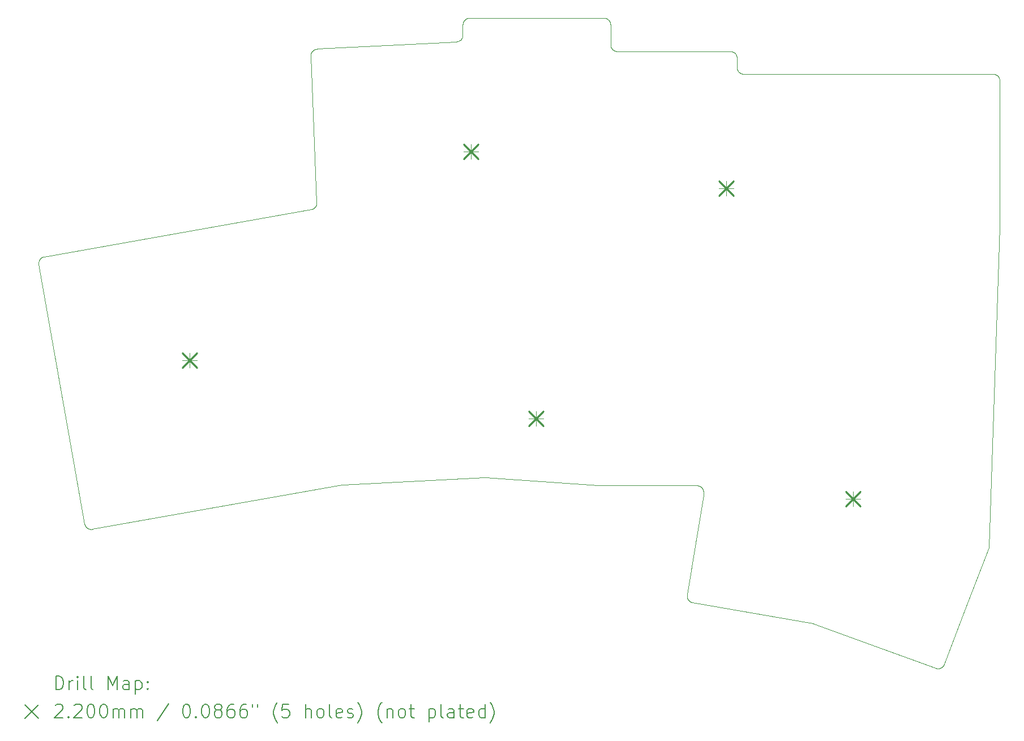
<source format=gbr>
%TF.GenerationSoftware,KiCad,Pcbnew,9.0.7-1.fc43*%
%TF.CreationDate,2026-02-09T10:56:25+11:00*%
%TF.ProjectId,BB36-base,42423336-2d62-4617-9365-2e6b69636164,rev?*%
%TF.SameCoordinates,Original*%
%TF.FileFunction,Drillmap*%
%TF.FilePolarity,Positive*%
%FSLAX45Y45*%
G04 Gerber Fmt 4.5, Leading zero omitted, Abs format (unit mm)*
G04 Created by KiCad (PCBNEW 9.0.7-1.fc43) date 2026-02-09 10:56:25*
%MOMM*%
%LPD*%
G01*
G04 APERTURE LIST*
%ADD10C,0.050000*%
%ADD11C,0.049999*%
%ADD12C,0.099999*%
%ADD13C,0.200000*%
%ADD14C,0.220000*%
G04 APERTURE END LIST*
D10*
X19911578Y-7564920D02*
X19747839Y-12362879D01*
D11*
X6224190Y-12006379D02*
X6224200Y-12006379D01*
X9606889Y-5004830D02*
X9606890Y-5004830D01*
X16081578Y-5274920D02*
X16081576Y-5274920D01*
X18953439Y-14168510D02*
X18953448Y-14168499D01*
X15481579Y-11566319D02*
X15481579Y-11566320D01*
X13915098Y-11434919D02*
X13915099Y-11434919D01*
X10075479Y-11425999D02*
X10075479Y-11426000D01*
D12*
X12976579Y-10544920D02*
X12976579Y-10324919D01*
X7796580Y-9669920D02*
X7796580Y-9449919D01*
X7686580Y-9559919D02*
X7906580Y-9559919D01*
X12866579Y-10434919D02*
X13086579Y-10434919D01*
X15711579Y-6984920D02*
X15931579Y-6984920D01*
X17721579Y-11744920D02*
X17721579Y-11524919D01*
X11891579Y-6434920D02*
X12111579Y-6434920D01*
X15821580Y-7094920D02*
X15821580Y-6874920D01*
X17611578Y-11634919D02*
X17831578Y-11634919D01*
X12001579Y-6544920D02*
X12001579Y-6324920D01*
D11*
X12205479Y-11315240D02*
X10087759Y-11424600D01*
X6265352Y-12070942D02*
X6266087Y-12071452D01*
X6266827Y-12071955D01*
X6267571Y-12072451D01*
X6268320Y-12072940D01*
X6269073Y-12073423D01*
X6269830Y-12073899D01*
X6270591Y-12074368D01*
X6271356Y-12074830D01*
X6272125Y-12075286D01*
X6272899Y-12075734D01*
X6273676Y-12076176D01*
X6274457Y-12076610D01*
X6275242Y-12077038D01*
X6276031Y-12077459D01*
X6276824Y-12077872D01*
X6277620Y-12078278D01*
X6278420Y-12078677D01*
X6279223Y-12079070D01*
X6280030Y-12079454D01*
X6280841Y-12079832D01*
X6281654Y-12080202D01*
X6282471Y-12080565D01*
X6283291Y-12080921D01*
X6284115Y-12081270D01*
X6284941Y-12081611D01*
X6285771Y-12081944D01*
X6286603Y-12082270D01*
X6287439Y-12082589D01*
X6288277Y-12082901D01*
X6289118Y-12083204D01*
X6289962Y-12083501D01*
X6290808Y-12083789D01*
X6291657Y-12084071D01*
X6292509Y-12084344D01*
X6293363Y-12084610D01*
X6294219Y-12084868D01*
X6295078Y-12085119D01*
X6295939Y-12085362D01*
X6296802Y-12085597D01*
X6297667Y-12085825D01*
X6298534Y-12086045D01*
X6299403Y-12086257D01*
X6300274Y-12086461D01*
X6301146Y-12086657D01*
X6301583Y-12086753D01*
X6302021Y-12086846D01*
X6302459Y-12086938D01*
X6302897Y-12087027D01*
X6303335Y-12087114D01*
X6303775Y-12087200D01*
X6304214Y-12087283D01*
X6304654Y-12087365D01*
X6305094Y-12087445D01*
X6305534Y-12087522D01*
X6305975Y-12087598D01*
X6306416Y-12087672D01*
X6306858Y-12087743D01*
X6307300Y-12087813D01*
X6307742Y-12087881D01*
X6308184Y-12087947D01*
X6308627Y-12088011D01*
X6309070Y-12088072D01*
X6309513Y-12088132D01*
X6309957Y-12088190D01*
X6310400Y-12088246D01*
X6310844Y-12088300D01*
X6311289Y-12088352D01*
X6311733Y-12088402D01*
X6312178Y-12088450D01*
X6312623Y-12088496D01*
X6313068Y-12088540D01*
X6313513Y-12088582D01*
X6313958Y-12088622D01*
X6314404Y-12088660D01*
X6314850Y-12088696D01*
X6315296Y-12088730D01*
X6315742Y-12088762D01*
X6316188Y-12088792D01*
X6316634Y-12088820D01*
X6317081Y-12088846D01*
X6317527Y-12088870D01*
X6317974Y-12088892D01*
X6318421Y-12088912D01*
X6318868Y-12088930D01*
X6319314Y-12088946D01*
X6319761Y-12088960D01*
X6320208Y-12088972D01*
X6320656Y-12088982D01*
X6321103Y-12088990D01*
X6321550Y-12088996D01*
X6321997Y-12089000D01*
X6322444Y-12089002D01*
X6322891Y-12089002D01*
X6323339Y-12089000D01*
X6323786Y-12088996D01*
X6324233Y-12088990D01*
X6324680Y-12088982D01*
X6325127Y-12088972D01*
X6325574Y-12088960D01*
X6326021Y-12088946D01*
X6326468Y-12088930D01*
X6326915Y-12088912D01*
X6327361Y-12088892D01*
X6327808Y-12088870D01*
X6328255Y-12088846D01*
X6328701Y-12088820D01*
X6329147Y-12088792D01*
X6329594Y-12088762D01*
X6330040Y-12088730D01*
X6330486Y-12088696D01*
X6330931Y-12088660D01*
X6331377Y-12088622D01*
X6331822Y-12088582D01*
X6332268Y-12088540D01*
X6332713Y-12088496D01*
X6333158Y-12088450D01*
X6333602Y-12088402D01*
X6334047Y-12088352D01*
X6334491Y-12088301D01*
X6334935Y-12088247D01*
X6335379Y-12088191D01*
X6335823Y-12088133D01*
X6336266Y-12088073D01*
X6336709Y-12088011D01*
X6337152Y-12087947D01*
X6337595Y-12087882D01*
X6338037Y-12087814D01*
X6338479Y-12087744D01*
X6338921Y-12087672D01*
X6339363Y-12087598D01*
X6340110Y-12087469D01*
X6224200Y-12006379D02*
X6224359Y-12007259D01*
X6224526Y-12008138D01*
X6224701Y-12009015D01*
X6224884Y-12009891D01*
X6225075Y-12010765D01*
X6225273Y-12011636D01*
X6225479Y-12012506D01*
X6225693Y-12013375D01*
X6225915Y-12014241D01*
X6226144Y-12015105D01*
X6226381Y-12015967D01*
X6226626Y-12016826D01*
X6226879Y-12017684D01*
X6227139Y-12018539D01*
X6227407Y-12019392D01*
X6227682Y-12020242D01*
X6227965Y-12021090D01*
X6228255Y-12021936D01*
X6228554Y-12022778D01*
X6228859Y-12023619D01*
X6229172Y-12024456D01*
X6229493Y-12025290D01*
X6229821Y-12026122D01*
X6230157Y-12026951D01*
X6230500Y-12027776D01*
X6230850Y-12028599D01*
X6231208Y-12029418D01*
X6231573Y-12030235D01*
X6231945Y-12031048D01*
X6232324Y-12031857D01*
X6232711Y-12032664D01*
X6233105Y-12033466D01*
X6233506Y-12034266D01*
X6233915Y-12035061D01*
X6234330Y-12035853D01*
X6234753Y-12036642D01*
X6235182Y-12037426D01*
X6235619Y-12038207D01*
X6236062Y-12038983D01*
X6236513Y-12039756D01*
X6236970Y-12040525D01*
X6237435Y-12041289D01*
X6237906Y-12042050D01*
X6238384Y-12042806D01*
X6238625Y-12043182D01*
X6238868Y-12043558D01*
X6239113Y-12043932D01*
X6239359Y-12044305D01*
X6239608Y-12044677D01*
X6239857Y-12045048D01*
X6240109Y-12045418D01*
X6240362Y-12045787D01*
X6240617Y-12046155D01*
X6240873Y-12046521D01*
X6241131Y-12046887D01*
X6241391Y-12047251D01*
X6241652Y-12047614D01*
X6241915Y-12047975D01*
X6242180Y-12048336D01*
X6242446Y-12048696D01*
X6242714Y-12049054D01*
X6242983Y-12049411D01*
X6243254Y-12049767D01*
X6243527Y-12050121D01*
X6243801Y-12050475D01*
X6244077Y-12050827D01*
X6244354Y-12051178D01*
X6244633Y-12051528D01*
X6244913Y-12051876D01*
X6245195Y-12052223D01*
X6245478Y-12052569D01*
X6245764Y-12052914D01*
X6246050Y-12053257D01*
X6246338Y-12053599D01*
X6246628Y-12053940D01*
X6246919Y-12054279D01*
X6247212Y-12054618D01*
X6247506Y-12054954D01*
X6247802Y-12055290D01*
X6248099Y-12055624D01*
X6248397Y-12055957D01*
X6248698Y-12056288D01*
X6248999Y-12056619D01*
X6249302Y-12056947D01*
X6249607Y-12057275D01*
X6249913Y-12057601D01*
X6250220Y-12057926D01*
X6250529Y-12058249D01*
X6250840Y-12058571D01*
X6251151Y-12058892D01*
X6251465Y-12059211D01*
X6251779Y-12059528D01*
X6252095Y-12059845D01*
X6252413Y-12060160D01*
X6252732Y-12060473D01*
X6253052Y-12060785D01*
X6253374Y-12061096D01*
X6253697Y-12061405D01*
X6254021Y-12061713D01*
X6254347Y-12062019D01*
X6254674Y-12062324D01*
X6255003Y-12062627D01*
X6255333Y-12062929D01*
X6255664Y-12063230D01*
X6255997Y-12063528D01*
X6256331Y-12063826D01*
X6256666Y-12064122D01*
X6257003Y-12064416D01*
X6257340Y-12064709D01*
X6257680Y-12065001D01*
X6258020Y-12065291D01*
X6258362Y-12065579D01*
X6258705Y-12065866D01*
X6259050Y-12066151D01*
X6259395Y-12066435D01*
X6259742Y-12066717D01*
X6260091Y-12066998D01*
X6260440Y-12067277D01*
X6260791Y-12067555D01*
X6261143Y-12067831D01*
X6261496Y-12068105D01*
X6261851Y-12068378D01*
X6262207Y-12068649D01*
X6262564Y-12068919D01*
X6262922Y-12069187D01*
X6263281Y-12069454D01*
X6263642Y-12069719D01*
X6264004Y-12069982D01*
X6264367Y-12070244D01*
X6264731Y-12070504D01*
X6265352Y-12070942D01*
X19747839Y-12362879D02*
X19387764Y-13306506D01*
X19081319Y-14109590D01*
X6224190Y-12006379D02*
X6062397Y-11089549D01*
X5538950Y-8123340D01*
X13908060Y-11434669D02*
X12217679Y-11315350D01*
X11881579Y-4690040D02*
X11881579Y-4534920D01*
X15381579Y-11434919D02*
X13915099Y-11434919D01*
X14120869Y-4905631D02*
X14121504Y-4906261D01*
X14122145Y-4906885D01*
X14122791Y-4907503D01*
X14123443Y-4908115D01*
X14124101Y-4908722D01*
X14124763Y-4909322D01*
X14125431Y-4909916D01*
X14126104Y-4910505D01*
X14126783Y-4911087D01*
X14127466Y-4911664D01*
X14128155Y-4912234D01*
X14128848Y-4912798D01*
X14129547Y-4913355D01*
X14130251Y-4913907D01*
X14130959Y-4914452D01*
X14131672Y-4914991D01*
X14132391Y-4915523D01*
X14133114Y-4916049D01*
X14133841Y-4916568D01*
X14134573Y-4917081D01*
X14135310Y-4917587D01*
X14136051Y-4918087D01*
X14136797Y-4918580D01*
X14137547Y-4919067D01*
X14138302Y-4919546D01*
X14139061Y-4920019D01*
X14139824Y-4920486D01*
X14140591Y-4920945D01*
X14141362Y-4921397D01*
X14142138Y-4921843D01*
X14142917Y-4922282D01*
X14143700Y-4922713D01*
X14144487Y-4923138D01*
X14145278Y-4923556D01*
X14146073Y-4923966D01*
X14146871Y-4924370D01*
X14147673Y-4924766D01*
X14148478Y-4925155D01*
X14149287Y-4925537D01*
X14150100Y-4925912D01*
X14150915Y-4926279D01*
X14151734Y-4926639D01*
X14152556Y-4926992D01*
X14153381Y-4927337D01*
X14153795Y-4927507D01*
X14154210Y-4927675D01*
X14154625Y-4927841D01*
X14155041Y-4928006D01*
X14155458Y-4928168D01*
X14155875Y-4928329D01*
X14156293Y-4928488D01*
X14156712Y-4928645D01*
X14157132Y-4928800D01*
X14157552Y-4928953D01*
X14157973Y-4929104D01*
X14158395Y-4929254D01*
X14158817Y-4929401D01*
X14159240Y-4929547D01*
X14159664Y-4929690D01*
X14160088Y-4929832D01*
X14160513Y-4929972D01*
X14160938Y-4930110D01*
X14161364Y-4930246D01*
X14161791Y-4930380D01*
X14162218Y-4930513D01*
X14162646Y-4930643D01*
X14163074Y-4930772D01*
X14163503Y-4930898D01*
X14163933Y-4931023D01*
X14164363Y-4931145D01*
X14164794Y-4931266D01*
X14165225Y-4931385D01*
X14165657Y-4931502D01*
X14166089Y-4931617D01*
X14166522Y-4931730D01*
X14166955Y-4931841D01*
X14167389Y-4931950D01*
X14167823Y-4932058D01*
X14168258Y-4932163D01*
X14168693Y-4932266D01*
X14169128Y-4932368D01*
X14169564Y-4932467D01*
X14170001Y-4932565D01*
X14170438Y-4932660D01*
X14170875Y-4932754D01*
X14171313Y-4932845D01*
X14171751Y-4932935D01*
X14172189Y-4933023D01*
X14172628Y-4933108D01*
X14173068Y-4933192D01*
X14173507Y-4933274D01*
X14173947Y-4933354D01*
X14174388Y-4933432D01*
X14174829Y-4933508D01*
X14175270Y-4933581D01*
X14175711Y-4933653D01*
X14176153Y-4933723D01*
X14176595Y-4933791D01*
X14177037Y-4933857D01*
X14177480Y-4933921D01*
X14177923Y-4933984D01*
X14178366Y-4934044D01*
X14178809Y-4934102D01*
X14179253Y-4934158D01*
X14179697Y-4934212D01*
X14180141Y-4934264D01*
X14180585Y-4934314D01*
X14181030Y-4934362D01*
X14181475Y-4934409D01*
X14181920Y-4934453D01*
X14182365Y-4934495D01*
X14182811Y-4934535D01*
X14183256Y-4934573D01*
X14183702Y-4934610D01*
X14184148Y-4934644D01*
X14184595Y-4934676D01*
X14185041Y-4934706D01*
X14185487Y-4934734D01*
X14185934Y-4934761D01*
X14186381Y-4934785D01*
X14186828Y-4934807D01*
X14187275Y-4934827D01*
X14187722Y-4934846D01*
X14188169Y-4934862D01*
X14188616Y-4934876D01*
X14189064Y-4934888D01*
X14189511Y-4934899D01*
X14189958Y-4934907D01*
X14190406Y-4934913D01*
X14190854Y-4934917D01*
X14191579Y-4934920D01*
X14091579Y-4834920D02*
X14091583Y-4835815D01*
X14091595Y-4836709D01*
X14091615Y-4837603D01*
X14091643Y-4838497D01*
X14091679Y-4839391D01*
X14091723Y-4840284D01*
X14091775Y-4841177D01*
X14091835Y-4842069D01*
X14091903Y-4842960D01*
X14091979Y-4843851D01*
X14092062Y-4844741D01*
X14092154Y-4845630D01*
X14092254Y-4846519D01*
X14092361Y-4847406D01*
X14092477Y-4848293D01*
X14092600Y-4849178D01*
X14092732Y-4850062D01*
X14092871Y-4850945D01*
X14093018Y-4851827D01*
X14093174Y-4852707D01*
X14093336Y-4853587D01*
X14093507Y-4854464D01*
X14093686Y-4855340D01*
X14093872Y-4856215D01*
X14094067Y-4857087D01*
X14094269Y-4857958D01*
X14094479Y-4858827D01*
X14094696Y-4859695D01*
X14094922Y-4860560D01*
X14095155Y-4861423D01*
X14095396Y-4862285D01*
X14095645Y-4863144D01*
X14095901Y-4864001D01*
X14096165Y-4864855D01*
X14096436Y-4865707D01*
X14096716Y-4866557D01*
X14097002Y-4867404D01*
X14097297Y-4868249D01*
X14097599Y-4869091D01*
X14097908Y-4869930D01*
X14098225Y-4870767D01*
X14098549Y-4871601D01*
X14098881Y-4872431D01*
X14099221Y-4873259D01*
X14099393Y-4873672D01*
X14099567Y-4874084D01*
X14099743Y-4874495D01*
X14099921Y-4874905D01*
X14100101Y-4875315D01*
X14100283Y-4875724D01*
X14100466Y-4876132D01*
X14100651Y-4876539D01*
X14100838Y-4876945D01*
X14101027Y-4877351D01*
X14101218Y-4877755D01*
X14101410Y-4878159D01*
X14101605Y-4878562D01*
X14101801Y-4878964D01*
X14101999Y-4879365D01*
X14102198Y-4879765D01*
X14102400Y-4880165D01*
X14102603Y-4880563D01*
X14102808Y-4880961D01*
X14103015Y-4881357D01*
X14103224Y-4881753D01*
X14103434Y-4882148D01*
X14103646Y-4882542D01*
X14103860Y-4882934D01*
X14104076Y-4883326D01*
X14104293Y-4883717D01*
X14104512Y-4884107D01*
X14104733Y-4884496D01*
X14104956Y-4884884D01*
X14105180Y-4885271D01*
X14105406Y-4885657D01*
X14105634Y-4886042D01*
X14105863Y-4886426D01*
X14106094Y-4886809D01*
X14106327Y-4887190D01*
X14106562Y-4887571D01*
X14106798Y-4887951D01*
X14107036Y-4888329D01*
X14107276Y-4888707D01*
X14107517Y-4889084D01*
X14107760Y-4889459D01*
X14108005Y-4889833D01*
X14108252Y-4890206D01*
X14108500Y-4890579D01*
X14108749Y-4890950D01*
X14109001Y-4891319D01*
X14109254Y-4891688D01*
X14109509Y-4892056D01*
X14109765Y-4892422D01*
X14110023Y-4892788D01*
X14110282Y-4893152D01*
X14110544Y-4893515D01*
X14110807Y-4893877D01*
X14111071Y-4894237D01*
X14111337Y-4894597D01*
X14111605Y-4894955D01*
X14111874Y-4895312D01*
X14112145Y-4895668D01*
X14112417Y-4896022D01*
X14112692Y-4896376D01*
X14112967Y-4896728D01*
X14113244Y-4897079D01*
X14113523Y-4897429D01*
X14113804Y-4897777D01*
X14114085Y-4898124D01*
X14114369Y-4898470D01*
X14114654Y-4898815D01*
X14114941Y-4899159D01*
X14115229Y-4899501D01*
X14115518Y-4899842D01*
X14115809Y-4900181D01*
X14116102Y-4900519D01*
X14116396Y-4900856D01*
X14116692Y-4901192D01*
X14116989Y-4901526D01*
X14117288Y-4901859D01*
X14117588Y-4902191D01*
X14117890Y-4902522D01*
X14118193Y-4902850D01*
X14118498Y-4903178D01*
X14118804Y-4903505D01*
X14119112Y-4903830D01*
X14119421Y-4904153D01*
X14119732Y-4904475D01*
X14120044Y-4904796D01*
X14120357Y-4905116D01*
X14120869Y-4905631D01*
X10075479Y-11425999D02*
X6340110Y-12087469D01*
X9701499Y-4899660D02*
X10747588Y-4844605D01*
X11786839Y-4789910D01*
X14191579Y-4934920D02*
X15881579Y-4934920D01*
X14062290Y-4464209D02*
X14061655Y-4463580D01*
X14061014Y-4462956D01*
X14060367Y-4462337D01*
X14059715Y-4461725D01*
X14059058Y-4461119D01*
X14058395Y-4460518D01*
X14057728Y-4459924D01*
X14057054Y-4459335D01*
X14056376Y-4458753D01*
X14055693Y-4458177D01*
X14055004Y-4457606D01*
X14054310Y-4457043D01*
X14053612Y-4456485D01*
X14052908Y-4455933D01*
X14052199Y-4455388D01*
X14051486Y-4454850D01*
X14050768Y-4454317D01*
X14050045Y-4453791D01*
X14049317Y-4453272D01*
X14048585Y-4452759D01*
X14047848Y-4452253D01*
X14047107Y-4451753D01*
X14046361Y-4451260D01*
X14045611Y-4450773D01*
X14044857Y-4450294D01*
X14044098Y-4449821D01*
X14043335Y-4449355D01*
X14042568Y-4448895D01*
X14041796Y-4448443D01*
X14041021Y-4447997D01*
X14040242Y-4447559D01*
X14039458Y-4447127D01*
X14038671Y-4446702D01*
X14037880Y-4446285D01*
X14037086Y-4445874D01*
X14036287Y-4445471D01*
X14035485Y-4445074D01*
X14034680Y-4444685D01*
X14033871Y-4444303D01*
X14033059Y-4443929D01*
X14032243Y-4443561D01*
X14031424Y-4443201D01*
X14030602Y-4442848D01*
X14029777Y-4442503D01*
X14029363Y-4442333D01*
X14028949Y-4442165D01*
X14028534Y-4441999D01*
X14028118Y-4441834D01*
X14027701Y-4441672D01*
X14027283Y-4441511D01*
X14026865Y-4441352D01*
X14026446Y-4441195D01*
X14026027Y-4441040D01*
X14025606Y-4440887D01*
X14025185Y-4440736D01*
X14024764Y-4440587D01*
X14024342Y-4440439D01*
X14023919Y-4440294D01*
X14023495Y-4440150D01*
X14023071Y-4440008D01*
X14022646Y-4439868D01*
X14022220Y-4439730D01*
X14021794Y-4439594D01*
X14021368Y-4439460D01*
X14020940Y-4439327D01*
X14020513Y-4439197D01*
X14020084Y-4439069D01*
X14019655Y-4438942D01*
X14019226Y-4438817D01*
X14018795Y-4438695D01*
X14018365Y-4438574D01*
X14017934Y-4438455D01*
X14017502Y-4438338D01*
X14017070Y-4438223D01*
X14016637Y-4438110D01*
X14016204Y-4437999D01*
X14015770Y-4437890D01*
X14015336Y-4437783D01*
X14014901Y-4437677D01*
X14014466Y-4437574D01*
X14014030Y-4437473D01*
X14013594Y-4437373D01*
X14013158Y-4437276D01*
X14012721Y-4437180D01*
X14012283Y-4437086D01*
X14011846Y-4436995D01*
X14011408Y-4436905D01*
X14010969Y-4436817D01*
X14010530Y-4436732D01*
X14010091Y-4436648D01*
X14009651Y-4436566D01*
X14009211Y-4436486D01*
X14008771Y-4436408D01*
X14008330Y-4436333D01*
X14007889Y-4436259D01*
X14007448Y-4436187D01*
X14007006Y-4436117D01*
X14006564Y-4436049D01*
X14006122Y-4435983D01*
X14005679Y-4435919D01*
X14005236Y-4435857D01*
X14004793Y-4435796D01*
X14004349Y-4435738D01*
X14003906Y-4435682D01*
X14003462Y-4435628D01*
X14003017Y-4435576D01*
X14002573Y-4435526D01*
X14002128Y-4435478D01*
X14001684Y-4435432D01*
X14001238Y-4435387D01*
X14000793Y-4435345D01*
X14000348Y-4435305D01*
X13999902Y-4435267D01*
X13999456Y-4435231D01*
X13999010Y-4435196D01*
X13998564Y-4435164D01*
X13998118Y-4435134D01*
X13997671Y-4435106D01*
X13997225Y-4435079D01*
X13996778Y-4435055D01*
X13996331Y-4435033D01*
X13995884Y-4435013D01*
X13995437Y-4434994D01*
X13994990Y-4434978D01*
X13994542Y-4434964D01*
X13994095Y-4434952D01*
X13993648Y-4434941D01*
X13993200Y-4434933D01*
X13992753Y-4434927D01*
X13992305Y-4434923D01*
X13991579Y-4434920D01*
X14091579Y-4534920D02*
X14091575Y-4534025D01*
X14091563Y-4533131D01*
X14091543Y-4532237D01*
X14091515Y-4531343D01*
X14091479Y-4530449D01*
X14091435Y-4529556D01*
X14091384Y-4528663D01*
X14091324Y-4527771D01*
X14091256Y-4526880D01*
X14091180Y-4525989D01*
X14091096Y-4525099D01*
X14091004Y-4524210D01*
X14090905Y-4523321D01*
X14090797Y-4522434D01*
X14090681Y-4521547D01*
X14090558Y-4520662D01*
X14090427Y-4519778D01*
X14090287Y-4518895D01*
X14090140Y-4518013D01*
X14089985Y-4517133D01*
X14089822Y-4516254D01*
X14089651Y-4515376D01*
X14089473Y-4514500D01*
X14089286Y-4513626D01*
X14089092Y-4512753D01*
X14088890Y-4511882D01*
X14088680Y-4511013D01*
X14088462Y-4510145D01*
X14088237Y-4509280D01*
X14088003Y-4508417D01*
X14087763Y-4507555D01*
X14087514Y-4506696D01*
X14087258Y-4505839D01*
X14086994Y-4504985D01*
X14086722Y-4504133D01*
X14086443Y-4503283D01*
X14086156Y-4502436D01*
X14085862Y-4501591D01*
X14085560Y-4500749D01*
X14085250Y-4499910D01*
X14084933Y-4499073D01*
X14084609Y-4498239D01*
X14084277Y-4497409D01*
X14083938Y-4496581D01*
X14083766Y-4496168D01*
X14083591Y-4495756D01*
X14083415Y-4495345D01*
X14083237Y-4494935D01*
X14083057Y-4494525D01*
X14082876Y-4494116D01*
X14082692Y-4493708D01*
X14082507Y-4493301D01*
X14082320Y-4492895D01*
X14082131Y-4492489D01*
X14081941Y-4492085D01*
X14081748Y-4491681D01*
X14081554Y-4491278D01*
X14081358Y-4490876D01*
X14081160Y-4490475D01*
X14080960Y-4490075D01*
X14080759Y-4489675D01*
X14080555Y-4489277D01*
X14080350Y-4488879D01*
X14080143Y-4488483D01*
X14079935Y-4488087D01*
X14079725Y-4487692D01*
X14079512Y-4487299D01*
X14079299Y-4486906D01*
X14079083Y-4486514D01*
X14078866Y-4486123D01*
X14078646Y-4485733D01*
X14078426Y-4485344D01*
X14078203Y-4484956D01*
X14077979Y-4484569D01*
X14077753Y-4484183D01*
X14077525Y-4483798D01*
X14077295Y-4483414D01*
X14077064Y-4483032D01*
X14076831Y-4482650D01*
X14076597Y-4482269D01*
X14076360Y-4481889D01*
X14076122Y-4481511D01*
X14075883Y-4481133D01*
X14075641Y-4480757D01*
X14075398Y-4480381D01*
X14075153Y-4480007D01*
X14074907Y-4479634D01*
X14074659Y-4479262D01*
X14074409Y-4478891D01*
X14074158Y-4478521D01*
X14073905Y-4478152D01*
X14073650Y-4477784D01*
X14073394Y-4477418D01*
X14073136Y-4477053D01*
X14072876Y-4476688D01*
X14072615Y-4476325D01*
X14072352Y-4475964D01*
X14072088Y-4475603D01*
X14071821Y-4475244D01*
X14071554Y-4474885D01*
X14071285Y-4474528D01*
X14071014Y-4474172D01*
X14070741Y-4473818D01*
X14070467Y-4473464D01*
X14070191Y-4473112D01*
X14069914Y-4472761D01*
X14069635Y-4472411D01*
X14069355Y-4472063D01*
X14069073Y-4471716D01*
X14068790Y-4471370D01*
X14068505Y-4471025D01*
X14068218Y-4470682D01*
X14067930Y-4470340D01*
X14067640Y-4469999D01*
X14067349Y-4469659D01*
X14067056Y-4469321D01*
X14066762Y-4468984D01*
X14066466Y-4468648D01*
X14066169Y-4468314D01*
X14065870Y-4467981D01*
X14065570Y-4467649D01*
X14065268Y-4467319D01*
X14064965Y-4466990D01*
X14064660Y-4466662D01*
X14064354Y-4466336D01*
X14064047Y-4466011D01*
X14063737Y-4465687D01*
X14063427Y-4465365D01*
X14063115Y-4465044D01*
X14062801Y-4464724D01*
X14062290Y-4464209D01*
X15236109Y-13069139D02*
X15235959Y-13070029D01*
X15235817Y-13070920D01*
X15235682Y-13071812D01*
X15235556Y-13072703D01*
X15235438Y-13073595D01*
X15235328Y-13074488D01*
X15235226Y-13075380D01*
X15235132Y-13076273D01*
X15235045Y-13077166D01*
X15234967Y-13078060D01*
X15234897Y-13078953D01*
X15234835Y-13079846D01*
X15234781Y-13080740D01*
X15234735Y-13081633D01*
X15234697Y-13082526D01*
X15234667Y-13083419D01*
X15234645Y-13084312D01*
X15234631Y-13085205D01*
X15234625Y-13086098D01*
X15234627Y-13086990D01*
X15234637Y-13087882D01*
X15234655Y-13088774D01*
X15234680Y-13089665D01*
X15234714Y-13090555D01*
X15234756Y-13091446D01*
X15234806Y-13092335D01*
X15234864Y-13093224D01*
X15234930Y-13094112D01*
X15235003Y-13095000D01*
X15235085Y-13095887D01*
X15235175Y-13096773D01*
X15235272Y-13097658D01*
X15235378Y-13098542D01*
X15235491Y-13099425D01*
X15235612Y-13100307D01*
X15235742Y-13101188D01*
X15235879Y-13102068D01*
X15236024Y-13102947D01*
X15236177Y-13103824D01*
X15236338Y-13104700D01*
X15236506Y-13105575D01*
X15236683Y-13106448D01*
X15236867Y-13107320D01*
X15237060Y-13108190D01*
X15237260Y-13109059D01*
X15237468Y-13109925D01*
X15237683Y-13110790D01*
X15237907Y-13111654D01*
X15238138Y-13112515D01*
X15238377Y-13113374D01*
X15238624Y-13114232D01*
X15238878Y-13115087D01*
X15239140Y-13115940D01*
X15239410Y-13116791D01*
X15239688Y-13117640D01*
X15239973Y-13118486D01*
X15240266Y-13119330D01*
X15240566Y-13120172D01*
X15240874Y-13121010D01*
X15241190Y-13121847D01*
X15241513Y-13122680D01*
X15241843Y-13123511D01*
X15242181Y-13124339D01*
X15242527Y-13125165D01*
X15242880Y-13125987D01*
X15243240Y-13126806D01*
X15243608Y-13127622D01*
X15243983Y-13128435D01*
X15244365Y-13129245D01*
X15244755Y-13130051D01*
X15245152Y-13130854D01*
X15245556Y-13131654D01*
X15245967Y-13132450D01*
X15246386Y-13133242D01*
X15246811Y-13134031D01*
X15247244Y-13134816D01*
X15247684Y-13135597D01*
X15248130Y-13136375D01*
X15248584Y-13137148D01*
X15249045Y-13137918D01*
X15249512Y-13138683D01*
X15249987Y-13139444D01*
X15250468Y-13140202D01*
X15250956Y-13140954D01*
X15251450Y-13141703D01*
X15251951Y-13142447D01*
X15252459Y-13143186D01*
X15252974Y-13143921D01*
X15253234Y-13144287D01*
X15253495Y-13144652D01*
X15253758Y-13145015D01*
X15254022Y-13145378D01*
X15254289Y-13145739D01*
X15254556Y-13146099D01*
X15254826Y-13146457D01*
X15255097Y-13146815D01*
X15255369Y-13147171D01*
X15255644Y-13147526D01*
X15255919Y-13147880D01*
X15256197Y-13148233D01*
X15256475Y-13148584D01*
X15256756Y-13148934D01*
X15257038Y-13149283D01*
X15257321Y-13149630D01*
X15257606Y-13149977D01*
X15257893Y-13150322D01*
X15258181Y-13150665D01*
X15258471Y-13151008D01*
X15258762Y-13151349D01*
X15259054Y-13151688D01*
X15259348Y-13152027D01*
X15259644Y-13152364D01*
X15259941Y-13152700D01*
X15260240Y-13153034D01*
X15260540Y-13153367D01*
X15260841Y-13153699D01*
X15261144Y-13154029D01*
X15261449Y-13154358D01*
X15261755Y-13154686D01*
X15262062Y-13155012D01*
X15262371Y-13155336D01*
X15262681Y-13155660D01*
X15262993Y-13155982D01*
X15263306Y-13156302D01*
X15263620Y-13156621D01*
X15263936Y-13156939D01*
X15264253Y-13157255D01*
X15264572Y-13157570D01*
X15264892Y-13157883D01*
X15265213Y-13158195D01*
X15265536Y-13158506D01*
X15265860Y-13158815D01*
X15266185Y-13159122D01*
X15266512Y-13159428D01*
X15266840Y-13159733D01*
X15267169Y-13160036D01*
X15267500Y-13160337D01*
X15267832Y-13160637D01*
X15268165Y-13160935D01*
X15268500Y-13161232D01*
X15268836Y-13161528D01*
X15269173Y-13161822D01*
X15269512Y-13162114D01*
X15269852Y-13162405D01*
X15270193Y-13162694D01*
X15270535Y-13162982D01*
X15270878Y-13163268D01*
X15271223Y-13163552D01*
X15271569Y-13163835D01*
X15271917Y-13164117D01*
X15272265Y-13164397D01*
X15272615Y-13164675D01*
X15272966Y-13164951D01*
X15273318Y-13165227D01*
X15273671Y-13165500D01*
X15274026Y-13165772D01*
X15274381Y-13166042D01*
X15274738Y-13166311D01*
X15275096Y-13166577D01*
X15275455Y-13166843D01*
X15275816Y-13167106D01*
X15276177Y-13167368D01*
X15276540Y-13167629D01*
X15276904Y-13167888D01*
X15277268Y-13168145D01*
X15277635Y-13168400D01*
X15278002Y-13168654D01*
X15278370Y-13168906D01*
X15278739Y-13169156D01*
X15279110Y-13169405D01*
X15279481Y-13169652D01*
X15279854Y-13169898D01*
X15280227Y-13170141D01*
X15280602Y-13170383D01*
X15280978Y-13170623D01*
X15281354Y-13170862D01*
X15281732Y-13171099D01*
X15282111Y-13171334D01*
X15282491Y-13171567D01*
X15282872Y-13171799D01*
X15283254Y-13172029D01*
X15283637Y-13172257D01*
X15284021Y-13172484D01*
X15284406Y-13172709D01*
X15284792Y-13172932D01*
X15285179Y-13173153D01*
X15285567Y-13173373D01*
X15285956Y-13173590D01*
X15286345Y-13173806D01*
X15286736Y-13174021D01*
X15287128Y-13174233D01*
X15287521Y-13174444D01*
X15287914Y-13174653D01*
X15288309Y-13174860D01*
X15288704Y-13175066D01*
X15289101Y-13175269D01*
X15289498Y-13175471D01*
X15289896Y-13175671D01*
X15290295Y-13175870D01*
X15290695Y-13176066D01*
X15291096Y-13176261D01*
X15291498Y-13176454D01*
X15291901Y-13176645D01*
X15292304Y-13176834D01*
X15292709Y-13177022D01*
X15293114Y-13177207D01*
X15293520Y-13177391D01*
X15293927Y-13177573D01*
X15294335Y-13177754D01*
X15294744Y-13177932D01*
X15295153Y-13178109D01*
X15295563Y-13178284D01*
X15295974Y-13178457D01*
X15296386Y-13178628D01*
X15296799Y-13178797D01*
X15297213Y-13178964D01*
X15297627Y-13179130D01*
X15298042Y-13179294D01*
X15298458Y-13179456D01*
X15298874Y-13179616D01*
X15299292Y-13179774D01*
X15299710Y-13179931D01*
X15300129Y-13180085D01*
X15300549Y-13180238D01*
X15300969Y-13180389D01*
X15301390Y-13180538D01*
X15301812Y-13180685D01*
X15302235Y-13180830D01*
X15302658Y-13180973D01*
X15303083Y-13181115D01*
X15303507Y-13181254D01*
X15303933Y-13181392D01*
X15304359Y-13181528D01*
X15304786Y-13181662D01*
X15305214Y-13181794D01*
X15305642Y-13181924D01*
X15306071Y-13182053D01*
X15306501Y-13182179D01*
X15306931Y-13182304D01*
X15307363Y-13182427D01*
X15307794Y-13182547D01*
X15308227Y-13182666D01*
X15308660Y-13182783D01*
X15309094Y-13182898D01*
X15309528Y-13183012D01*
X15309963Y-13183123D01*
X15310399Y-13183232D01*
X15310835Y-13183340D01*
X15311272Y-13183446D01*
X15311710Y-13183549D01*
X15312148Y-13183651D01*
X15312587Y-13183751D01*
X15313026Y-13183849D01*
X15313466Y-13183945D01*
X15313906Y-13184039D01*
X15314348Y-13184131D01*
X15314790Y-13184222D01*
X15315232Y-13184310D01*
X15315675Y-13184396D01*
X15316119Y-13184481D01*
X15316563Y-13184563D01*
X15317008Y-13184644D01*
X15317319Y-13184699D01*
X9614450Y-7300340D02*
X9615336Y-7300179D01*
X9616220Y-7300010D01*
X9617102Y-7299834D01*
X9617981Y-7299650D01*
X9618859Y-7299458D01*
X9619734Y-7299259D01*
X9620607Y-7299052D01*
X9621477Y-7298838D01*
X9622345Y-7298615D01*
X9623210Y-7298385D01*
X9624073Y-7298148D01*
X9624934Y-7297903D01*
X9625792Y-7297650D01*
X9626647Y-7297390D01*
X9627499Y-7297122D01*
X9628349Y-7296847D01*
X9629196Y-7296564D01*
X9630041Y-7296274D01*
X9630882Y-7295976D01*
X9631721Y-7295671D01*
X9632556Y-7295358D01*
X9633389Y-7295038D01*
X9634218Y-7294711D01*
X9635045Y-7294376D01*
X9635868Y-7294034D01*
X9636689Y-7293684D01*
X9637506Y-7293328D01*
X9638319Y-7292964D01*
X9639130Y-7292592D01*
X9639937Y-7292214D01*
X9640740Y-7291828D01*
X9641540Y-7291435D01*
X9642337Y-7291035D01*
X9643129Y-7290627D01*
X9643919Y-7290213D01*
X9644704Y-7289791D01*
X9645486Y-7289363D01*
X9646264Y-7288927D01*
X9647038Y-7288485D01*
X9647808Y-7288035D01*
X9648575Y-7287579D01*
X9649337Y-7287115D01*
X9650095Y-7286645D01*
X9650849Y-7286168D01*
X9651599Y-7285684D01*
X9652344Y-7285193D01*
X9653086Y-7284696D01*
X9653823Y-7284192D01*
X9654555Y-7283681D01*
X9655283Y-7283164D01*
X9656006Y-7282640D01*
X9656725Y-7282109D01*
X9657439Y-7281572D01*
X9658149Y-7281029D01*
X9658853Y-7280479D01*
X9659553Y-7279923D01*
X9660248Y-7279360D01*
X9660938Y-7278791D01*
X9661623Y-7278216D01*
X9662303Y-7277635D01*
X9662978Y-7277047D01*
X9663648Y-7276454D01*
X9664312Y-7275854D01*
X9664971Y-7275248D01*
X9665625Y-7274637D01*
X9666273Y-7274019D01*
X9666916Y-7273396D01*
X9667554Y-7272767D01*
X9668186Y-7272132D01*
X9668812Y-7271492D01*
X9669432Y-7270846D01*
X9670047Y-7270194D01*
X9670656Y-7269537D01*
X9671259Y-7268874D01*
X9671857Y-7268206D01*
X9672448Y-7267532D01*
X9673033Y-7266854D01*
X9673613Y-7266170D01*
X9674186Y-7265481D01*
X9674753Y-7264786D01*
X9675314Y-7264087D01*
X9675592Y-7263736D01*
X9675868Y-7263383D01*
X9676143Y-7263029D01*
X9676416Y-7262674D01*
X9676688Y-7262317D01*
X9676958Y-7261960D01*
X9677227Y-7261601D01*
X9677494Y-7261241D01*
X9677759Y-7260880D01*
X9678023Y-7260517D01*
X9678285Y-7260154D01*
X9678545Y-7259789D01*
X9678804Y-7259423D01*
X9679061Y-7259056D01*
X9679317Y-7258688D01*
X9679571Y-7258319D01*
X9679823Y-7257948D01*
X9680073Y-7257577D01*
X9680322Y-7257204D01*
X9680570Y-7256830D01*
X9680815Y-7256456D01*
X9681059Y-7256080D01*
X9681301Y-7255703D01*
X9681542Y-7255325D01*
X9681780Y-7254946D01*
X9682017Y-7254566D01*
X9682253Y-7254185D01*
X9682486Y-7253802D01*
X9682718Y-7253419D01*
X9682948Y-7253035D01*
X9683177Y-7252650D01*
X9683404Y-7252264D01*
X9683629Y-7251876D01*
X9683852Y-7251488D01*
X9684073Y-7251099D01*
X9684293Y-7250709D01*
X9684511Y-7250318D01*
X9684727Y-7249926D01*
X9684942Y-7249533D01*
X9685154Y-7249139D01*
X9685365Y-7248744D01*
X9685574Y-7248349D01*
X9685782Y-7247952D01*
X9685987Y-7247555D01*
X9686191Y-7247156D01*
X9686393Y-7246757D01*
X9686593Y-7246357D01*
X9686791Y-7245956D01*
X9686988Y-7245554D01*
X9687183Y-7245151D01*
X9687376Y-7244748D01*
X9687567Y-7244343D01*
X9687756Y-7243938D01*
X9687943Y-7243532D01*
X9688129Y-7243125D01*
X9688313Y-7242718D01*
X9688495Y-7242309D01*
X9688675Y-7241900D01*
X9688853Y-7241490D01*
X9689029Y-7241079D01*
X9689204Y-7240668D01*
X9689377Y-7240256D01*
X9689547Y-7239843D01*
X9689716Y-7239429D01*
X9689883Y-7239015D01*
X9690049Y-7238600D01*
X9690212Y-7238184D01*
X9690373Y-7237767D01*
X9690533Y-7237350D01*
X9690691Y-7236932D01*
X9690846Y-7236514D01*
X9691000Y-7236094D01*
X9691152Y-7235675D01*
X9691302Y-7235254D01*
X9691451Y-7234833D01*
X9691597Y-7234411D01*
X9691741Y-7233989D01*
X9691884Y-7233565D01*
X9692025Y-7233142D01*
X9692163Y-7232717D01*
X9692300Y-7232293D01*
X9692435Y-7231867D01*
X9692568Y-7231441D01*
X9692699Y-7231014D01*
X9692828Y-7230587D01*
X9692956Y-7230160D01*
X9693081Y-7229731D01*
X9693204Y-7229302D01*
X9693326Y-7228873D01*
X9693445Y-7228443D01*
X9693563Y-7228013D01*
X9693678Y-7227582D01*
X9693792Y-7227151D01*
X9693904Y-7226719D01*
X9694014Y-7226286D01*
X9694122Y-7225853D01*
X9694227Y-7225420D01*
X9694331Y-7224986D01*
X9694433Y-7224552D01*
X9694534Y-7224117D01*
X9694632Y-7223682D01*
X9694728Y-7223246D01*
X9694822Y-7222810D01*
X9694914Y-7222374D01*
X9695005Y-7221937D01*
X9695093Y-7221500D01*
X9695179Y-7221062D01*
X9695264Y-7220624D01*
X9695346Y-7220185D01*
X9695427Y-7219746D01*
X9695505Y-7219307D01*
X9695582Y-7218867D01*
X9695657Y-7218428D01*
X9695729Y-7217987D01*
X9695800Y-7217547D01*
X9695869Y-7217105D01*
X9695935Y-7216664D01*
X9696000Y-7216222D01*
X9696063Y-7215780D01*
X9696124Y-7215338D01*
X9696182Y-7214895D01*
X9696239Y-7214452D01*
X9696294Y-7214009D01*
X9696347Y-7213566D01*
X9696398Y-7213122D01*
X9696447Y-7212678D01*
X9696494Y-7212233D01*
X9696538Y-7211789D01*
X9696581Y-7211344D01*
X9696622Y-7210899D01*
X9696661Y-7210453D01*
X9696698Y-7210008D01*
X9696733Y-7209562D01*
X9696766Y-7209116D01*
X9696797Y-7208669D01*
X9696826Y-7208223D01*
X9696853Y-7207776D01*
X9696878Y-7207329D01*
X9696901Y-7206882D01*
X9696922Y-7206434D01*
X9696941Y-7205987D01*
X9696958Y-7205539D01*
X9696974Y-7205091D01*
X9696987Y-7204643D01*
X9696998Y-7204195D01*
X9697007Y-7203746D01*
X9697014Y-7203298D01*
X9697019Y-7202849D01*
X9697022Y-7202400D01*
X9697023Y-7201951D01*
X9697022Y-7201502D01*
X9697019Y-7201053D01*
X9697014Y-7200603D01*
X9697007Y-7200154D01*
X9696998Y-7199704D01*
X9696987Y-7199254D01*
X9696974Y-7198805D01*
X9696959Y-7198354D01*
X9696942Y-7197904D01*
X9696923Y-7197454D01*
X9696880Y-7196560D01*
X16081578Y-5274920D02*
X19811578Y-5274920D01*
X15480109Y-11583389D02*
X15481579Y-11566320D01*
X11786839Y-4789910D02*
X11787740Y-4789858D01*
X11788639Y-4789799D01*
X11789537Y-4789731D01*
X11790434Y-4789656D01*
X11791329Y-4789573D01*
X11792223Y-4789482D01*
X11793115Y-4789383D01*
X11794006Y-4789276D01*
X11794896Y-4789161D01*
X11795783Y-4789039D01*
X11796669Y-4788909D01*
X11797554Y-4788770D01*
X11798437Y-4788624D01*
X11799318Y-4788471D01*
X11800197Y-4788309D01*
X11801074Y-4788140D01*
X11801950Y-4787962D01*
X11802823Y-4787777D01*
X11803695Y-4787585D01*
X11804564Y-4787384D01*
X11805432Y-4787176D01*
X11806297Y-4786960D01*
X11807161Y-4786737D01*
X11808022Y-4786505D01*
X11808880Y-4786267D01*
X11809737Y-4786020D01*
X11810591Y-4785766D01*
X11811443Y-4785504D01*
X11812292Y-4785234D01*
X11813139Y-4784957D01*
X11813983Y-4784673D01*
X11814825Y-4784381D01*
X11815664Y-4784081D01*
X11816500Y-4783774D01*
X11817334Y-4783459D01*
X11818164Y-4783137D01*
X11818992Y-4782807D01*
X11819817Y-4782470D01*
X11820639Y-4782126D01*
X11821458Y-4781774D01*
X11822274Y-4781414D01*
X11823086Y-4781048D01*
X11823896Y-4780674D01*
X11824702Y-4780293D01*
X11825504Y-4779904D01*
X11826304Y-4779509D01*
X11827100Y-4779106D01*
X11827892Y-4778695D01*
X11828681Y-4778278D01*
X11829466Y-4777854D01*
X11830248Y-4777422D01*
X11831026Y-4776984D01*
X11831799Y-4776538D01*
X11832570Y-4776086D01*
X11833336Y-4775626D01*
X11834098Y-4775160D01*
X11834856Y-4774686D01*
X11835610Y-4774206D01*
X11836360Y-4773719D01*
X11837105Y-4773225D01*
X11837847Y-4772725D01*
X11838583Y-4772217D01*
X11839316Y-4771704D01*
X11840044Y-4771183D01*
X11840767Y-4770656D01*
X11841486Y-4770122D01*
X11842200Y-4769582D01*
X11842910Y-4769036D01*
X11843614Y-4768483D01*
X11844314Y-4767924D01*
X11845009Y-4767358D01*
X11845699Y-4766786D01*
X11846383Y-4766208D01*
X11847063Y-4765624D01*
X11847737Y-4765033D01*
X11848407Y-4764437D01*
X11849071Y-4763835D01*
X11849729Y-4763226D01*
X11850383Y-4762612D01*
X11851030Y-4761992D01*
X11851673Y-4761366D01*
X11852309Y-4760735D01*
X11852940Y-4760097D01*
X11853566Y-4759454D01*
X11854185Y-4758806D01*
X11854493Y-4758480D01*
X11854799Y-4758152D01*
X11855104Y-4757823D01*
X11855407Y-4757493D01*
X11855709Y-4757161D01*
X11856009Y-4756828D01*
X11856308Y-4756493D01*
X11856605Y-4756158D01*
X11856901Y-4755821D01*
X11857195Y-4755482D01*
X11857488Y-4755143D01*
X11857779Y-4754802D01*
X11858069Y-4754459D01*
X11858357Y-4754116D01*
X11858644Y-4753771D01*
X11858929Y-4753425D01*
X11859212Y-4753078D01*
X11859494Y-4752729D01*
X11859775Y-4752379D01*
X11860054Y-4752028D01*
X11860331Y-4751676D01*
X11860606Y-4751322D01*
X11860880Y-4750968D01*
X11861153Y-4750612D01*
X11861424Y-4750255D01*
X11861693Y-4749896D01*
X11861961Y-4749537D01*
X11862227Y-4749176D01*
X11862491Y-4748814D01*
X11862754Y-4748451D01*
X11863015Y-4748087D01*
X11863274Y-4747722D01*
X11863532Y-4747356D01*
X11863788Y-4746988D01*
X11864043Y-4746619D01*
X11864296Y-4746250D01*
X11864547Y-4745879D01*
X11864796Y-4745507D01*
X11865044Y-4745134D01*
X11865290Y-4744760D01*
X11865535Y-4744385D01*
X11865777Y-4744008D01*
X11866018Y-4743631D01*
X11866258Y-4743253D01*
X11866495Y-4742874D01*
X11866731Y-4742493D01*
X11866965Y-4742112D01*
X11867198Y-4741729D01*
X11867428Y-4741346D01*
X11867657Y-4740961D01*
X11867885Y-4740576D01*
X11868110Y-4740190D01*
X11868334Y-4739802D01*
X11868556Y-4739414D01*
X11868776Y-4739025D01*
X11868994Y-4738634D01*
X11869211Y-4738243D01*
X11869426Y-4737851D01*
X11869639Y-4737458D01*
X11869851Y-4737064D01*
X11870060Y-4736670D01*
X11870268Y-4736274D01*
X11870474Y-4735877D01*
X11870678Y-4735480D01*
X11870881Y-4735081D01*
X11871081Y-4734682D01*
X11871280Y-4734282D01*
X11871477Y-4733881D01*
X11871672Y-4733479D01*
X11871865Y-4733076D01*
X11872057Y-4732673D01*
X11872247Y-4732269D01*
X11872434Y-4731863D01*
X11872621Y-4731457D01*
X11872805Y-4731051D01*
X11872987Y-4730643D01*
X11873168Y-4730235D01*
X11873346Y-4729826D01*
X11873523Y-4729416D01*
X11873698Y-4729005D01*
X11873871Y-4728594D01*
X11874043Y-4728182D01*
X11874212Y-4727769D01*
X11874379Y-4727356D01*
X11874545Y-4726941D01*
X11874709Y-4726526D01*
X11874871Y-4726111D01*
X11875031Y-4725694D01*
X11875189Y-4725277D01*
X11875345Y-4724859D01*
X11875500Y-4724441D01*
X11875652Y-4724022D01*
X11875803Y-4723602D01*
X11875952Y-4723181D01*
X11876098Y-4722760D01*
X11876243Y-4722338D01*
X11876386Y-4721916D01*
X11876528Y-4721493D01*
X11876667Y-4721070D01*
X11876804Y-4720645D01*
X11876940Y-4720220D01*
X11877073Y-4719795D01*
X11877205Y-4719369D01*
X11877334Y-4718942D01*
X11877462Y-4718515D01*
X11877588Y-4718087D01*
X11877712Y-4717659D01*
X11877834Y-4717230D01*
X11877954Y-4716801D01*
X11878072Y-4716371D01*
X11878189Y-4715940D01*
X11878303Y-4715509D01*
X11878415Y-4715078D01*
X11878526Y-4714645D01*
X11878634Y-4714213D01*
X11878741Y-4713780D01*
X11878845Y-4713346D01*
X11878948Y-4712912D01*
X11879049Y-4712477D01*
X11879148Y-4712042D01*
X11879244Y-4711607D01*
X11879339Y-4711171D01*
X11879432Y-4710734D01*
X11879523Y-4710297D01*
X11879612Y-4709860D01*
X11879699Y-4709422D01*
X11879785Y-4708984D01*
X11879868Y-4708545D01*
X11879949Y-4708106D01*
X11880028Y-4707667D01*
X11880106Y-4707227D01*
X11880181Y-4706786D01*
X11880254Y-4706346D01*
X11880326Y-4705904D01*
X11880395Y-4705463D01*
X11880463Y-4705021D01*
X11880528Y-4704579D01*
X11880592Y-4704136D01*
X11880653Y-4703693D01*
X11880713Y-4703250D01*
X11880771Y-4702806D01*
X11880826Y-4702362D01*
X11880880Y-4701918D01*
X11880932Y-4701473D01*
X11880981Y-4701028D01*
X11881029Y-4700582D01*
X11881075Y-4700137D01*
X11881119Y-4699691D01*
X11881161Y-4699244D01*
X11881200Y-4698798D01*
X11881238Y-4698351D01*
X11881274Y-4697903D01*
X11881308Y-4697456D01*
X11881340Y-4697008D01*
X11881370Y-4696560D01*
X11881398Y-4696111D01*
X11881424Y-4695663D01*
X11881448Y-4695214D01*
X11881469Y-4694765D01*
X11881489Y-4694315D01*
X11881507Y-4693866D01*
X11881523Y-4693416D01*
X11881537Y-4692965D01*
X11881549Y-4692515D01*
X11881559Y-4692064D01*
X11881567Y-4691613D01*
X11881573Y-4691162D01*
X11881577Y-4690711D01*
X11881579Y-4690040D01*
X11910869Y-4464209D02*
X11910239Y-4464845D01*
X11909615Y-4465486D01*
X11908997Y-4466132D01*
X11908384Y-4466784D01*
X11907778Y-4467441D01*
X11907177Y-4468104D01*
X11906583Y-4468772D01*
X11905995Y-4469445D01*
X11905412Y-4470123D01*
X11904836Y-4470807D01*
X11904266Y-4471495D01*
X11903702Y-4472189D01*
X11903144Y-4472888D01*
X11902593Y-4473591D01*
X11902048Y-4474300D01*
X11901509Y-4475013D01*
X11900977Y-4475731D01*
X11900451Y-4476454D01*
X11899931Y-4477182D01*
X11899418Y-4477914D01*
X11898912Y-4478651D01*
X11898412Y-4479392D01*
X11897919Y-4480138D01*
X11897433Y-4480888D01*
X11896953Y-4481643D01*
X11896480Y-4482402D01*
X11896014Y-4483165D01*
X11895555Y-4483932D01*
X11895102Y-4484703D01*
X11894657Y-4485478D01*
X11894218Y-4486258D01*
X11893786Y-4487041D01*
X11893362Y-4487828D01*
X11892944Y-4488619D01*
X11892533Y-4489414D01*
X11892130Y-4490212D01*
X11891734Y-4491014D01*
X11891345Y-4491819D01*
X11890963Y-4492628D01*
X11890588Y-4493440D01*
X11890221Y-4494256D01*
X11889860Y-4495075D01*
X11889508Y-4495897D01*
X11889162Y-4496722D01*
X11888992Y-4497136D01*
X11888824Y-4497551D01*
X11888658Y-4497966D01*
X11888494Y-4498382D01*
X11888331Y-4498799D01*
X11888171Y-4499216D01*
X11888012Y-4499634D01*
X11887855Y-4500053D01*
X11887700Y-4500473D01*
X11887547Y-4500893D01*
X11887395Y-4501314D01*
X11887246Y-4501736D01*
X11887098Y-4502158D01*
X11886953Y-4502581D01*
X11886809Y-4503004D01*
X11886667Y-4503429D01*
X11886527Y-4503853D01*
X11886389Y-4504279D01*
X11886253Y-4504705D01*
X11886119Y-4505132D01*
X11885987Y-4505559D01*
X11885856Y-4505987D01*
X11885728Y-4506415D01*
X11885601Y-4506844D01*
X11885477Y-4507274D01*
X11885354Y-4507704D01*
X11885233Y-4508135D01*
X11885114Y-4508566D01*
X11884997Y-4508997D01*
X11884882Y-4509430D01*
X11884769Y-4509862D01*
X11884658Y-4510296D01*
X11884549Y-4510729D01*
X11884442Y-4511164D01*
X11884337Y-4511598D01*
X11884233Y-4512033D01*
X11884132Y-4512469D01*
X11884032Y-4512905D01*
X11883935Y-4513342D01*
X11883839Y-4513779D01*
X11883746Y-4514216D01*
X11883654Y-4514654D01*
X11883565Y-4515092D01*
X11883477Y-4515530D01*
X11883391Y-4515969D01*
X11883307Y-4516409D01*
X11883226Y-4516848D01*
X11883146Y-4517288D01*
X11883068Y-4517729D01*
X11882992Y-4518169D01*
X11882918Y-4518610D01*
X11882846Y-4519052D01*
X11882776Y-4519493D01*
X11882708Y-4519936D01*
X11882642Y-4520378D01*
X11882578Y-4520820D01*
X11882516Y-4521263D01*
X11882456Y-4521707D01*
X11882398Y-4522150D01*
X11882342Y-4522594D01*
X11882288Y-4523038D01*
X11882235Y-4523482D01*
X11882185Y-4523926D01*
X11882137Y-4524371D01*
X11882091Y-4524816D01*
X11882047Y-4525261D01*
X11882005Y-4525706D01*
X11881964Y-4526152D01*
X11881926Y-4526597D01*
X11881890Y-4527043D01*
X11881856Y-4527489D01*
X11881823Y-4527935D01*
X11881793Y-4528382D01*
X11881765Y-4528828D01*
X11881739Y-4529275D01*
X11881715Y-4529722D01*
X11881692Y-4530168D01*
X11881672Y-4530615D01*
X11881654Y-4531062D01*
X11881638Y-4531510D01*
X11881623Y-4531957D01*
X11881611Y-4532404D01*
X11881601Y-4532852D01*
X11881593Y-4533299D01*
X11881586Y-4533747D01*
X11881582Y-4534194D01*
X11881579Y-4534920D01*
X11981579Y-4434920D02*
X11980685Y-4434924D01*
X11979790Y-4434936D01*
X11978896Y-4434956D01*
X11978002Y-4434984D01*
X11977109Y-4435020D01*
X11976215Y-4435064D01*
X11975323Y-4435116D01*
X11974431Y-4435176D01*
X11973539Y-4435244D01*
X11972648Y-4435319D01*
X11971758Y-4435403D01*
X11970869Y-4435495D01*
X11969981Y-4435595D01*
X11969093Y-4435702D01*
X11968207Y-4435818D01*
X11967322Y-4435941D01*
X11966437Y-4436073D01*
X11965554Y-4436212D01*
X11964672Y-4436359D01*
X11963792Y-4436514D01*
X11962913Y-4436677D01*
X11962035Y-4436848D01*
X11961159Y-4437027D01*
X11960285Y-4437213D01*
X11959412Y-4437408D01*
X11958541Y-4437610D01*
X11957672Y-4437820D01*
X11956805Y-4438037D01*
X11955939Y-4438263D01*
X11955076Y-4438496D01*
X11954215Y-4438737D01*
X11953356Y-4438985D01*
X11952499Y-4439242D01*
X11951644Y-4439506D01*
X11950792Y-4439777D01*
X11949942Y-4440056D01*
X11949095Y-4440343D01*
X11948250Y-4440638D01*
X11947408Y-4440939D01*
X11946569Y-4441249D01*
X11945733Y-4441566D01*
X11944899Y-4441890D01*
X11944068Y-4442222D01*
X11943240Y-4442561D01*
X11942828Y-4442734D01*
X11942416Y-4442908D01*
X11942005Y-4443084D01*
X11941594Y-4443262D01*
X11941185Y-4443442D01*
X11940776Y-4443623D01*
X11940368Y-4443807D01*
X11939961Y-4443992D01*
X11939554Y-4444179D01*
X11939149Y-4444368D01*
X11938744Y-4444559D01*
X11938340Y-4444751D01*
X11937938Y-4444946D01*
X11937536Y-4445142D01*
X11937134Y-4445340D01*
X11936734Y-4445539D01*
X11936335Y-4445741D01*
X11935936Y-4445944D01*
X11935539Y-4446149D01*
X11935142Y-4446356D01*
X11934746Y-4446564D01*
X11934352Y-4446775D01*
X11933958Y-4446987D01*
X11933565Y-4447201D01*
X11933173Y-4447416D01*
X11932782Y-4447634D01*
X11932392Y-4447853D01*
X11932003Y-4448074D01*
X11931616Y-4448296D01*
X11931229Y-4448521D01*
X11930843Y-4448747D01*
X11930458Y-4448975D01*
X11930074Y-4449204D01*
X11929691Y-4449435D01*
X11929309Y-4449668D01*
X11928928Y-4449903D01*
X11928549Y-4450139D01*
X11928170Y-4450377D01*
X11927792Y-4450617D01*
X11927416Y-4450858D01*
X11927041Y-4451101D01*
X11926666Y-4451346D01*
X11926293Y-4451592D01*
X11925921Y-4451840D01*
X11925550Y-4452090D01*
X11925180Y-4452342D01*
X11924811Y-4452595D01*
X11924444Y-4452849D01*
X11924077Y-4453106D01*
X11923712Y-4453364D01*
X11923348Y-4453623D01*
X11922985Y-4453884D01*
X11922623Y-4454147D01*
X11922262Y-4454412D01*
X11921903Y-4454678D01*
X11921545Y-4454946D01*
X11921188Y-4455215D01*
X11920832Y-4455486D01*
X11920477Y-4455758D01*
X11920124Y-4456032D01*
X11919772Y-4456308D01*
X11919420Y-4456585D01*
X11919071Y-4456864D01*
X11918722Y-4457144D01*
X11918375Y-4457426D01*
X11918029Y-4457710D01*
X11917684Y-4457995D01*
X11917341Y-4458281D01*
X11916999Y-4458569D01*
X11916658Y-4458859D01*
X11916318Y-4459150D01*
X11915980Y-4459443D01*
X11915643Y-4459737D01*
X11915307Y-4460033D01*
X11914973Y-4460330D01*
X11914640Y-4460629D01*
X11914308Y-4460929D01*
X11913978Y-4461231D01*
X11913649Y-4461534D01*
X11913321Y-4461839D01*
X11912995Y-4462145D01*
X11912670Y-4462453D01*
X11912346Y-4462762D01*
X11912024Y-4463073D01*
X11911703Y-4463385D01*
X11911384Y-4463698D01*
X11910869Y-4464209D01*
X5620000Y-8007500D02*
X5619111Y-8007661D01*
X5618225Y-8007830D01*
X5617341Y-8008007D01*
X5616459Y-8008192D01*
X5615580Y-8008384D01*
X5614703Y-8008583D01*
X5613829Y-8008791D01*
X5612957Y-8009006D01*
X5612088Y-8009228D01*
X5611221Y-8009458D01*
X5610357Y-8009696D01*
X5609496Y-8009941D01*
X5608638Y-8010194D01*
X5607782Y-8010454D01*
X5606929Y-8010722D01*
X5606078Y-8010997D01*
X5605231Y-8011280D01*
X5604387Y-8011570D01*
X5603545Y-8011868D01*
X5602707Y-8012173D01*
X5601871Y-8012485D01*
X5601039Y-8012805D01*
X5600209Y-8013133D01*
X5599383Y-8013467D01*
X5598560Y-8013809D01*
X5597740Y-8014158D01*
X5596924Y-8014515D01*
X5596111Y-8014878D01*
X5595301Y-8015249D01*
X5594495Y-8015627D01*
X5593692Y-8016013D01*
X5592893Y-8016405D01*
X5592097Y-8016805D01*
X5591305Y-8017212D01*
X5590517Y-8017626D01*
X5589732Y-8018047D01*
X5588951Y-8018475D01*
X5588174Y-8018910D01*
X5587401Y-8019352D01*
X5586632Y-8019801D01*
X5585867Y-8020257D01*
X5585105Y-8020720D01*
X5584348Y-8021189D01*
X5583595Y-8021666D01*
X5582847Y-8022149D01*
X5582102Y-8022639D01*
X5581362Y-8023136D01*
X5580626Y-8023640D01*
X5579894Y-8024150D01*
X5579167Y-8024667D01*
X5578445Y-8025190D01*
X5577727Y-8025720D01*
X5577014Y-8026257D01*
X5576305Y-8026800D01*
X5575601Y-8027349D01*
X5574902Y-8027905D01*
X5574208Y-8028467D01*
X5573519Y-8029035D01*
X5572835Y-8029610D01*
X5572155Y-8030191D01*
X5571481Y-8030778D01*
X5570812Y-8031372D01*
X5570148Y-8031971D01*
X5569490Y-8032576D01*
X5568836Y-8033188D01*
X5568188Y-8033805D01*
X5567546Y-8034428D01*
X5566909Y-8035057D01*
X5566277Y-8035692D01*
X5565651Y-8036332D01*
X5565031Y-8036979D01*
X5564416Y-8037630D01*
X5563807Y-8038288D01*
X5563204Y-8038951D01*
X5562607Y-8039619D01*
X5562016Y-8040293D01*
X5561430Y-8040972D01*
X5560851Y-8041656D01*
X5560278Y-8042346D01*
X5559711Y-8043040D01*
X5559150Y-8043740D01*
X5558595Y-8044445D01*
X5558046Y-8045155D01*
X5557504Y-8045870D01*
X5556968Y-8046589D01*
X5556439Y-8047313D01*
X5555916Y-8048042D01*
X5555400Y-8048776D01*
X5555144Y-8049145D01*
X5554890Y-8049514D01*
X5554637Y-8049885D01*
X5554386Y-8050257D01*
X5554137Y-8050630D01*
X5553890Y-8051004D01*
X5553644Y-8051380D01*
X5553400Y-8051756D01*
X5553157Y-8052133D01*
X5552917Y-8052512D01*
X5552678Y-8052892D01*
X5552440Y-8053272D01*
X5552205Y-8053654D01*
X5551971Y-8054037D01*
X5551738Y-8054420D01*
X5551508Y-8054805D01*
X5551279Y-8055191D01*
X5551052Y-8055578D01*
X5550827Y-8055965D01*
X5550603Y-8056354D01*
X5550381Y-8056744D01*
X5550161Y-8057134D01*
X5549943Y-8057526D01*
X5549727Y-8057919D01*
X5549512Y-8058312D01*
X5549299Y-8058707D01*
X5549087Y-8059102D01*
X5548878Y-8059498D01*
X5548670Y-8059896D01*
X5548464Y-8060294D01*
X5548260Y-8060693D01*
X5548058Y-8061093D01*
X5547858Y-8061493D01*
X5547659Y-8061895D01*
X5547462Y-8062297D01*
X5547267Y-8062701D01*
X5547074Y-8063105D01*
X5546882Y-8063510D01*
X5546693Y-8063916D01*
X5546505Y-8064322D01*
X5546319Y-8064730D01*
X5546135Y-8065138D01*
X5545952Y-8065547D01*
X5545772Y-8065957D01*
X5545593Y-8066367D01*
X5545417Y-8066779D01*
X5545242Y-8067191D01*
X5545069Y-8067603D01*
X5544898Y-8068017D01*
X5544728Y-8068431D01*
X5544561Y-8068846D01*
X5544395Y-8069262D01*
X5544232Y-8069678D01*
X5544070Y-8070095D01*
X5543910Y-8070513D01*
X5543752Y-8070931D01*
X5543596Y-8071350D01*
X5543442Y-8071770D01*
X5543289Y-8072190D01*
X5543139Y-8072611D01*
X5542990Y-8073033D01*
X5542844Y-8073455D01*
X5542699Y-8073878D01*
X5542556Y-8074302D01*
X5542415Y-8074726D01*
X5542276Y-8075150D01*
X5542139Y-8075575D01*
X5542004Y-8076001D01*
X5541871Y-8076428D01*
X5541740Y-8076855D01*
X5541610Y-8077282D01*
X5541483Y-8077710D01*
X5541357Y-8078138D01*
X5541234Y-8078568D01*
X5541112Y-8078997D01*
X5540992Y-8079427D01*
X5540875Y-8079858D01*
X5540759Y-8080289D01*
X5540645Y-8080720D01*
X5540533Y-8081152D01*
X5540423Y-8081585D01*
X5540315Y-8082018D01*
X5540209Y-8082451D01*
X5540105Y-8082885D01*
X5540002Y-8083319D01*
X5539902Y-8083753D01*
X5539804Y-8084188D01*
X5539708Y-8084624D01*
X5539613Y-8085060D01*
X5539521Y-8085496D01*
X5539430Y-8085933D01*
X5539342Y-8086370D01*
X5539255Y-8086807D01*
X5539171Y-8087245D01*
X5539088Y-8087683D01*
X5539008Y-8088121D01*
X5538929Y-8088560D01*
X5538853Y-8088999D01*
X5538778Y-8089439D01*
X5538705Y-8089878D01*
X5538635Y-8090318D01*
X5538566Y-8090759D01*
X5538499Y-8091199D01*
X5538434Y-8091640D01*
X5538372Y-8092082D01*
X5538311Y-8092523D01*
X5538252Y-8092965D01*
X5538195Y-8093407D01*
X5538140Y-8093849D01*
X5538087Y-8094292D01*
X5538037Y-8094734D01*
X5537988Y-8095178D01*
X5537941Y-8095621D01*
X5537896Y-8096064D01*
X5537853Y-8096508D01*
X5537812Y-8096952D01*
X5537773Y-8097396D01*
X5537736Y-8097840D01*
X5537701Y-8098284D01*
X5537668Y-8098729D01*
X5537637Y-8099174D01*
X5537608Y-8099619D01*
X5537581Y-8100064D01*
X5537557Y-8100509D01*
X5537534Y-8100954D01*
X5537513Y-8101400D01*
X5537494Y-8101846D01*
X5537477Y-8102291D01*
X5537462Y-8102737D01*
X5537449Y-8103183D01*
X5537438Y-8103629D01*
X5537429Y-8104076D01*
X5537422Y-8104522D01*
X5537417Y-8104969D01*
X5537414Y-8105415D01*
X5537413Y-8105862D01*
X5537414Y-8106308D01*
X5537417Y-8106755D01*
X5537422Y-8107202D01*
X5537429Y-8107649D01*
X5537438Y-8108095D01*
X5537449Y-8108543D01*
X5537462Y-8108989D01*
X5537477Y-8109437D01*
X5537494Y-8109883D01*
X5537514Y-8110331D01*
X5537535Y-8110778D01*
X5537558Y-8111225D01*
X5537583Y-8111672D01*
X5537610Y-8112119D01*
X5537639Y-8112566D01*
X5537670Y-8113013D01*
X5537703Y-8113460D01*
X5537738Y-8113907D01*
X5537775Y-8114354D01*
X5537815Y-8114801D01*
X5537856Y-8115248D01*
X5537899Y-8115695D01*
X5537944Y-8116142D01*
X5537991Y-8116589D01*
X5538040Y-8117036D01*
X5538092Y-8117482D01*
X5538145Y-8117929D01*
X5538200Y-8118376D01*
X5538257Y-8118822D01*
X5538316Y-8119269D01*
X5538378Y-8119715D01*
X5538441Y-8120161D01*
X5538506Y-8120607D01*
X5538573Y-8121053D01*
X5538643Y-8121499D01*
X5538714Y-8121945D01*
X5538787Y-8122391D01*
X5538862Y-8122837D01*
X5538950Y-8123340D01*
X15452290Y-11464208D02*
X15451655Y-11463579D01*
X15451014Y-11462955D01*
X15450367Y-11462336D01*
X15449715Y-11461724D01*
X15449058Y-11461118D01*
X15448395Y-11460517D01*
X15447727Y-11459923D01*
X15447054Y-11459334D01*
X15446376Y-11458752D01*
X15445692Y-11458176D01*
X15445004Y-11457606D01*
X15444310Y-11457042D01*
X15443611Y-11456484D01*
X15442908Y-11455932D01*
X15442199Y-11455387D01*
X15441486Y-11454849D01*
X15440767Y-11454316D01*
X15440045Y-11453790D01*
X15439317Y-11453271D01*
X15438585Y-11452758D01*
X15437848Y-11452252D01*
X15437106Y-11451752D01*
X15436361Y-11451259D01*
X15435610Y-11450772D01*
X15434856Y-11450293D01*
X15434097Y-11449820D01*
X15433334Y-11449354D01*
X15432567Y-11448894D01*
X15431795Y-11448442D01*
X15431020Y-11447996D01*
X15430241Y-11447557D01*
X15429457Y-11447126D01*
X15428670Y-11446701D01*
X15427879Y-11446283D01*
X15427085Y-11445873D01*
X15426286Y-11445469D01*
X15425484Y-11445073D01*
X15424679Y-11444684D01*
X15423870Y-11444302D01*
X15423058Y-11443927D01*
X15422242Y-11443560D01*
X15421423Y-11443200D01*
X15420601Y-11442847D01*
X15419776Y-11442502D01*
X15419362Y-11442332D01*
X15418948Y-11442164D01*
X15418532Y-11441998D01*
X15418116Y-11441833D01*
X15417699Y-11441671D01*
X15417282Y-11441510D01*
X15416864Y-11441351D01*
X15416445Y-11441194D01*
X15416025Y-11441039D01*
X15415605Y-11440886D01*
X15415184Y-11440735D01*
X15414762Y-11440585D01*
X15414340Y-11440438D01*
X15413917Y-11440292D01*
X15413494Y-11440149D01*
X15413069Y-11440007D01*
X15412645Y-11439867D01*
X15412219Y-11439729D01*
X15411793Y-11439593D01*
X15411366Y-11439459D01*
X15410939Y-11439326D01*
X15410511Y-11439196D01*
X15410083Y-11439067D01*
X15409654Y-11438941D01*
X15409224Y-11438816D01*
X15408794Y-11438694D01*
X15408363Y-11438573D01*
X15407932Y-11438454D01*
X15407500Y-11438337D01*
X15407068Y-11438222D01*
X15406635Y-11438109D01*
X15406202Y-11437998D01*
X15405768Y-11437889D01*
X15405334Y-11437781D01*
X15404900Y-11437676D01*
X15404464Y-11437573D01*
X15404029Y-11437471D01*
X15403593Y-11437372D01*
X15403156Y-11437275D01*
X15402719Y-11437179D01*
X15402282Y-11437085D01*
X15401844Y-11436994D01*
X15401406Y-11436904D01*
X15400968Y-11436816D01*
X15400529Y-11436731D01*
X15400089Y-11436647D01*
X15399650Y-11436565D01*
X15399210Y-11436485D01*
X15398769Y-11436407D01*
X15398329Y-11436332D01*
X15397888Y-11436258D01*
X15397446Y-11436186D01*
X15397004Y-11436116D01*
X15396562Y-11436048D01*
X15396120Y-11435982D01*
X15395677Y-11435918D01*
X15395235Y-11435856D01*
X15394791Y-11435796D01*
X15394348Y-11435737D01*
X15393904Y-11435681D01*
X15393460Y-11435627D01*
X15393016Y-11435575D01*
X15392572Y-11435525D01*
X15392127Y-11435477D01*
X15391682Y-11435431D01*
X15391237Y-11435386D01*
X15390792Y-11435344D01*
X15390346Y-11435304D01*
X15389901Y-11435266D01*
X15389455Y-11435230D01*
X15389009Y-11435195D01*
X15388563Y-11435163D01*
X15388116Y-11435133D01*
X15387670Y-11435105D01*
X15387223Y-11435079D01*
X15386777Y-11435054D01*
X15386330Y-11435032D01*
X15385883Y-11435012D01*
X15385436Y-11434994D01*
X15384989Y-11434977D01*
X15384541Y-11434963D01*
X15384094Y-11434951D01*
X15383647Y-11434941D01*
X15383199Y-11434932D01*
X15382752Y-11434926D01*
X15382304Y-11434922D01*
X15381579Y-11434919D01*
X15481579Y-11534919D02*
X15481575Y-11534025D01*
X15481563Y-11533130D01*
X15481543Y-11532236D01*
X15481516Y-11531342D01*
X15481480Y-11530448D01*
X15481436Y-11529555D01*
X15481384Y-11528663D01*
X15481324Y-11527771D01*
X15481256Y-11526879D01*
X15481180Y-11525988D01*
X15481096Y-11525098D01*
X15481005Y-11524209D01*
X15480905Y-11523321D01*
X15480797Y-11522433D01*
X15480682Y-11521547D01*
X15480558Y-11520661D01*
X15480427Y-11519777D01*
X15480287Y-11518894D01*
X15480140Y-11518012D01*
X15479985Y-11517132D01*
X15479822Y-11516253D01*
X15479651Y-11515375D01*
X15479473Y-11514499D01*
X15479286Y-11513625D01*
X15479092Y-11512752D01*
X15478890Y-11511881D01*
X15478680Y-11511012D01*
X15478462Y-11510144D01*
X15478237Y-11509279D01*
X15478004Y-11508416D01*
X15477763Y-11507554D01*
X15477514Y-11506695D01*
X15477258Y-11505838D01*
X15476994Y-11504984D01*
X15476722Y-11504132D01*
X15476443Y-11503282D01*
X15476156Y-11502435D01*
X15475862Y-11501590D01*
X15475560Y-11500748D01*
X15475251Y-11499909D01*
X15474934Y-11499072D01*
X15474609Y-11498238D01*
X15474277Y-11497408D01*
X15473938Y-11496580D01*
X15473766Y-11496167D01*
X15473591Y-11495755D01*
X15473415Y-11495344D01*
X15473237Y-11494934D01*
X15473058Y-11494524D01*
X15472876Y-11494115D01*
X15472693Y-11493707D01*
X15472507Y-11493300D01*
X15472320Y-11492894D01*
X15472131Y-11492488D01*
X15471941Y-11492084D01*
X15471748Y-11491680D01*
X15471554Y-11491277D01*
X15471358Y-11490875D01*
X15471160Y-11490474D01*
X15470960Y-11490074D01*
X15470759Y-11489674D01*
X15470556Y-11489276D01*
X15470351Y-11488878D01*
X15470144Y-11488482D01*
X15469935Y-11488086D01*
X15469725Y-11487691D01*
X15469513Y-11487298D01*
X15469299Y-11486905D01*
X15469083Y-11486513D01*
X15468866Y-11486122D01*
X15468647Y-11485732D01*
X15468426Y-11485343D01*
X15468203Y-11484955D01*
X15467979Y-11484568D01*
X15467753Y-11484182D01*
X15467525Y-11483797D01*
X15467296Y-11483413D01*
X15467064Y-11483031D01*
X15466832Y-11482649D01*
X15466597Y-11482268D01*
X15466361Y-11481888D01*
X15466123Y-11481510D01*
X15465883Y-11481132D01*
X15465642Y-11480756D01*
X15465398Y-11480380D01*
X15465154Y-11480006D01*
X15464907Y-11479633D01*
X15464659Y-11479261D01*
X15464410Y-11478890D01*
X15464158Y-11478520D01*
X15463905Y-11478151D01*
X15463650Y-11477783D01*
X15463394Y-11477417D01*
X15463136Y-11477052D01*
X15462877Y-11476688D01*
X15462615Y-11476325D01*
X15462352Y-11475963D01*
X15462088Y-11475602D01*
X15461822Y-11475243D01*
X15461554Y-11474885D01*
X15461285Y-11474528D01*
X15461014Y-11474172D01*
X15460742Y-11473817D01*
X15460468Y-11473464D01*
X15460192Y-11473112D01*
X15459915Y-11472761D01*
X15459636Y-11472411D01*
X15459356Y-11472062D01*
X15459074Y-11471715D01*
X15458790Y-11471369D01*
X15458505Y-11471025D01*
X15458219Y-11470681D01*
X15457931Y-11470339D01*
X15457641Y-11469998D01*
X15457350Y-11469659D01*
X15457057Y-11469320D01*
X15456763Y-11468983D01*
X15456467Y-11468648D01*
X15456170Y-11468313D01*
X15455871Y-11467980D01*
X15455571Y-11467649D01*
X15455269Y-11467318D01*
X15454966Y-11466989D01*
X15454661Y-11466662D01*
X15454355Y-11466335D01*
X15454047Y-11466010D01*
X15453738Y-11465687D01*
X15453428Y-11465364D01*
X15453116Y-11465044D01*
X15452802Y-11464724D01*
X15452290Y-11464208D01*
X5620000Y-8007500D02*
X9614450Y-7300340D01*
X9696880Y-7196560D02*
X9606890Y-5004830D01*
X11981579Y-4434920D02*
X13991579Y-4434920D01*
X18953439Y-14168510D02*
X18064987Y-13845013D01*
X17132329Y-13505419D01*
X15481579Y-11566319D02*
X15481579Y-11534919D01*
X17132329Y-13505419D02*
X17115428Y-13500900D01*
X15981579Y-5034920D02*
X15981579Y-5174920D01*
X18953448Y-14168499D02*
X18954298Y-14168804D01*
X18955150Y-14169102D01*
X18956004Y-14169391D01*
X18956859Y-14169673D01*
X18957716Y-14169947D01*
X18958575Y-14170213D01*
X18959435Y-14170471D01*
X18960298Y-14170722D01*
X18961161Y-14170964D01*
X18962027Y-14171199D01*
X18962893Y-14171426D01*
X18963762Y-14171645D01*
X18964631Y-14171856D01*
X18965502Y-14172059D01*
X18966375Y-14172254D01*
X18967249Y-14172442D01*
X18968124Y-14172621D01*
X18969000Y-14172793D01*
X18969878Y-14172956D01*
X18970756Y-14173112D01*
X18971636Y-14173260D01*
X18972517Y-14173400D01*
X18973398Y-14173532D01*
X18974281Y-14173656D01*
X18975165Y-14173772D01*
X18976049Y-14173880D01*
X18976934Y-14173981D01*
X18977820Y-14174073D01*
X18978707Y-14174157D01*
X18979594Y-14174233D01*
X18980482Y-14174302D01*
X18981371Y-14174362D01*
X18982260Y-14174415D01*
X18983149Y-14174459D01*
X18984039Y-14174495D01*
X18984929Y-14174524D01*
X18985819Y-14174544D01*
X18986710Y-14174557D01*
X18987600Y-14174561D01*
X18988491Y-14174558D01*
X18989382Y-14174546D01*
X18990273Y-14174527D01*
X18991163Y-14174499D01*
X18992054Y-14174464D01*
X18992944Y-14174420D01*
X18993834Y-14174369D01*
X18994724Y-14174310D01*
X18995613Y-14174242D01*
X18996502Y-14174167D01*
X18997390Y-14174083D01*
X18998277Y-14173992D01*
X18999164Y-14173893D01*
X19000050Y-14173785D01*
X19000936Y-14173670D01*
X19001820Y-14173547D01*
X19002704Y-14173416D01*
X19003586Y-14173277D01*
X19004467Y-14173130D01*
X19005348Y-14172975D01*
X19006227Y-14172812D01*
X19007104Y-14172641D01*
X19007980Y-14172463D01*
X19008855Y-14172277D01*
X19009728Y-14172082D01*
X19010600Y-14171880D01*
X19011470Y-14171670D01*
X19012338Y-14171453D01*
X19013205Y-14171227D01*
X19014069Y-14170994D01*
X19014932Y-14170753D01*
X19015792Y-14170504D01*
X19016651Y-14170247D01*
X19017507Y-14169983D01*
X19018361Y-14169711D01*
X19019213Y-14169432D01*
X19020062Y-14169145D01*
X19020909Y-14168850D01*
X19021753Y-14168548D01*
X19022594Y-14168238D01*
X19023433Y-14167921D01*
X19024269Y-14167596D01*
X19025102Y-14167263D01*
X19025932Y-14166924D01*
X19026759Y-14166577D01*
X19027583Y-14166222D01*
X19028404Y-14165860D01*
X19029222Y-14165491D01*
X19030036Y-14165114D01*
X19030442Y-14164923D01*
X19030847Y-14164731D01*
X19031251Y-14164536D01*
X19031655Y-14164340D01*
X19032057Y-14164142D01*
X19032459Y-14163942D01*
X19032859Y-14163740D01*
X19033259Y-14163536D01*
X19033658Y-14163331D01*
X19034056Y-14163124D01*
X19034453Y-14162915D01*
X19034849Y-14162704D01*
X19035244Y-14162492D01*
X19035638Y-14162278D01*
X19036031Y-14162062D01*
X19036423Y-14161845D01*
X19036814Y-14161625D01*
X19037204Y-14161404D01*
X19037593Y-14161181D01*
X19037982Y-14160957D01*
X19038369Y-14160730D01*
X19038755Y-14160502D01*
X19039140Y-14160273D01*
X19039524Y-14160041D01*
X19039907Y-14159808D01*
X19040289Y-14159574D01*
X19040669Y-14159337D01*
X19041049Y-14159099D01*
X19041428Y-14158859D01*
X19041805Y-14158618D01*
X19042182Y-14158374D01*
X19042557Y-14158130D01*
X19042931Y-14157883D01*
X19043304Y-14157635D01*
X19043676Y-14157385D01*
X19044047Y-14157134D01*
X19044416Y-14156881D01*
X19044785Y-14156626D01*
X19045152Y-14156370D01*
X19045518Y-14156112D01*
X19045883Y-14155852D01*
X19046247Y-14155591D01*
X19046609Y-14155328D01*
X19046971Y-14155064D01*
X19047331Y-14154798D01*
X19047690Y-14154531D01*
X19048047Y-14154262D01*
X19048404Y-14153991D01*
X19048759Y-14153719D01*
X19049113Y-14153445D01*
X19049465Y-14153170D01*
X19049817Y-14152893D01*
X19050167Y-14152614D01*
X19050515Y-14152334D01*
X19050863Y-14152053D01*
X19051209Y-14151770D01*
X19051554Y-14151485D01*
X19051898Y-14151199D01*
X19052240Y-14150911D01*
X19052581Y-14150622D01*
X19052921Y-14150332D01*
X19053259Y-14150040D01*
X19053596Y-14149746D01*
X19053931Y-14149451D01*
X19054266Y-14149155D01*
X19054599Y-14148857D01*
X19054930Y-14148557D01*
X19055260Y-14148256D01*
X19055589Y-14147954D01*
X19055916Y-14147650D01*
X19056242Y-14147345D01*
X19056567Y-14147038D01*
X19056890Y-14146730D01*
X19057212Y-14146421D01*
X19057532Y-14146110D01*
X19057851Y-14145798D01*
X19058169Y-14145484D01*
X19058485Y-14145169D01*
X19058799Y-14144852D01*
X19059113Y-14144535D01*
X19059424Y-14144215D01*
X19059735Y-14143895D01*
X19060043Y-14143573D01*
X19060351Y-14143249D01*
X19060656Y-14142925D01*
X19060961Y-14142599D01*
X19061264Y-14142271D01*
X19061565Y-14141942D01*
X19061865Y-14141612D01*
X19062163Y-14141281D01*
X19062460Y-14140948D01*
X19062756Y-14140614D01*
X19063049Y-14140279D01*
X19063342Y-14139942D01*
X19063633Y-14139605D01*
X19063922Y-14139265D01*
X19064210Y-14138925D01*
X19064496Y-14138583D01*
X19064780Y-14138240D01*
X19065064Y-14137896D01*
X19065345Y-14137550D01*
X19065625Y-14137203D01*
X19065903Y-14136855D01*
X19066180Y-14136506D01*
X19066456Y-14136156D01*
X19066729Y-14135804D01*
X19067001Y-14135451D01*
X19067272Y-14135097D01*
X19067541Y-14134741D01*
X19067808Y-14134384D01*
X19068074Y-14134027D01*
X19068338Y-14133668D01*
X19068601Y-14133307D01*
X19068862Y-14132946D01*
X19069121Y-14132583D01*
X19069379Y-14132219D01*
X19069634Y-14131855D01*
X19069889Y-14131488D01*
X19070142Y-14131121D01*
X19070393Y-14130753D01*
X19070642Y-14130383D01*
X19070890Y-14130012D01*
X19071137Y-14129641D01*
X19071381Y-14129267D01*
X19071624Y-14128893D01*
X19071865Y-14128518D01*
X19072105Y-14128142D01*
X19072343Y-14127764D01*
X19072579Y-14127386D01*
X19072814Y-14127006D01*
X19073047Y-14126625D01*
X19073278Y-14126243D01*
X19073507Y-14125860D01*
X19073735Y-14125476D01*
X19073962Y-14125091D01*
X19074186Y-14124705D01*
X19074409Y-14124318D01*
X19074630Y-14123929D01*
X19074849Y-14123540D01*
X19075067Y-14123149D01*
X19075283Y-14122758D01*
X19075498Y-14122365D01*
X19075710Y-14121972D01*
X19075921Y-14121577D01*
X19076130Y-14121181D01*
X19076338Y-14120785D01*
X19076543Y-14120387D01*
X19076747Y-14119988D01*
X19076949Y-14119588D01*
X19077150Y-14119187D01*
X19077349Y-14118786D01*
X19077546Y-14118383D01*
X19077741Y-14117979D01*
X19077935Y-14117574D01*
X19078126Y-14117169D01*
X19078316Y-14116762D01*
X19078505Y-14116354D01*
X19078691Y-14115946D01*
X19078876Y-14115536D01*
X19079059Y-14115125D01*
X19079240Y-14114714D01*
X19079420Y-14114301D01*
X19079597Y-14113888D01*
X19079773Y-14113473D01*
X19079948Y-14113058D01*
X19080120Y-14112641D01*
X19080291Y-14112224D01*
X19080460Y-14111806D01*
X19080627Y-14111387D01*
X19080792Y-14110967D01*
X19080955Y-14110546D01*
X19081117Y-14110124D01*
X19081319Y-14109590D01*
X13908060Y-11434669D02*
X13915098Y-11434919D01*
X14091579Y-4534920D02*
X14091579Y-4834920D01*
X15981579Y-5174920D02*
X15981583Y-5175823D01*
X15981595Y-5176726D01*
X15981615Y-5177627D01*
X15981643Y-5178527D01*
X15981679Y-5179427D01*
X15981723Y-5180325D01*
X15981775Y-5181222D01*
X15981834Y-5182118D01*
X15981902Y-5183012D01*
X15981978Y-5183906D01*
X15982061Y-5184798D01*
X15982152Y-5185689D01*
X15982252Y-5186578D01*
X15982359Y-5187467D01*
X15982474Y-5188353D01*
X15982597Y-5189238D01*
X15982727Y-5190122D01*
X15982866Y-5191004D01*
X15983012Y-5191885D01*
X15983166Y-5192764D01*
X15983329Y-5193641D01*
X15983498Y-5194516D01*
X15983676Y-5195390D01*
X15983861Y-5196262D01*
X15984055Y-5197132D01*
X15984256Y-5198000D01*
X15984464Y-5198866D01*
X15984681Y-5199730D01*
X15984905Y-5200592D01*
X15985137Y-5201452D01*
X15985376Y-5202309D01*
X15985623Y-5203165D01*
X15985878Y-5204018D01*
X15986141Y-5204869D01*
X15986411Y-5205717D01*
X15986689Y-5206563D01*
X15986974Y-5207407D01*
X15987267Y-5208248D01*
X15987567Y-5209086D01*
X15987875Y-5209922D01*
X15988191Y-5210755D01*
X15988514Y-5211585D01*
X15988845Y-5212412D01*
X15989183Y-5213237D01*
X15989528Y-5214058D01*
X15989881Y-5214877D01*
X15990241Y-5215692D01*
X15990608Y-5216505D01*
X15990983Y-5217314D01*
X15991366Y-5218120D01*
X15991755Y-5218923D01*
X15992152Y-5219722D01*
X15992556Y-5220518D01*
X15992967Y-5221310D01*
X15993385Y-5222099D01*
X15993811Y-5222884D01*
X15994243Y-5223666D01*
X15994683Y-5224443D01*
X15995129Y-5225217D01*
X15995583Y-5225988D01*
X15996044Y-5226754D01*
X15996511Y-5227516D01*
X15996986Y-5228274D01*
X15997467Y-5229028D01*
X15997955Y-5229778D01*
X15998450Y-5230524D01*
X15998952Y-5231265D01*
X15999460Y-5232002D01*
X15999975Y-5232734D01*
X16000497Y-5233462D01*
X16001025Y-5234186D01*
X16001559Y-5234905D01*
X16002101Y-5235619D01*
X16002648Y-5236328D01*
X16003202Y-5237033D01*
X16003763Y-5237732D01*
X16004329Y-5238427D01*
X16004902Y-5239117D01*
X16005481Y-5239802D01*
X16006066Y-5240481D01*
X16006658Y-5241156D01*
X16007255Y-5241825D01*
X16007858Y-5242488D01*
X16008467Y-5243147D01*
X16009083Y-5243800D01*
X16009704Y-5244447D01*
X16010330Y-5245090D01*
X16010963Y-5245726D01*
X16011281Y-5246042D01*
X16011601Y-5246357D01*
X16011922Y-5246670D01*
X16012244Y-5246982D01*
X16012568Y-5247292D01*
X16012894Y-5247601D01*
X16013220Y-5247908D01*
X16013548Y-5248214D01*
X16013878Y-5248519D01*
X16014209Y-5248822D01*
X16014541Y-5249124D01*
X16014874Y-5249424D01*
X16015209Y-5249722D01*
X16015545Y-5250019D01*
X16015882Y-5250315D01*
X16016221Y-5250609D01*
X16016561Y-5250901D01*
X16016902Y-5251192D01*
X16017245Y-5251482D01*
X16017589Y-5251770D01*
X16017934Y-5252056D01*
X16018280Y-5252341D01*
X16018628Y-5252624D01*
X16018976Y-5252906D01*
X16019326Y-5253186D01*
X16019678Y-5253464D01*
X16020030Y-5253741D01*
X16020384Y-5254017D01*
X16020739Y-5254290D01*
X16021095Y-5254562D01*
X16021452Y-5254833D01*
X16021811Y-5255102D01*
X16022171Y-5255369D01*
X16022531Y-5255635D01*
X16022893Y-5255899D01*
X16023257Y-5256161D01*
X16023621Y-5256422D01*
X16023986Y-5256681D01*
X16024353Y-5256939D01*
X16024720Y-5257194D01*
X16025089Y-5257448D01*
X16025459Y-5257701D01*
X16025830Y-5257952D01*
X16026202Y-5258201D01*
X16026575Y-5258448D01*
X16026949Y-5258694D01*
X16027325Y-5258938D01*
X16027701Y-5259180D01*
X16028078Y-5259421D01*
X16028457Y-5259660D01*
X16028836Y-5259897D01*
X16029217Y-5260132D01*
X16029598Y-5260366D01*
X16029980Y-5260598D01*
X16030364Y-5260828D01*
X16030748Y-5261057D01*
X16031134Y-5261284D01*
X16031520Y-5261509D01*
X16031908Y-5261732D01*
X16032296Y-5261953D01*
X16032685Y-5262173D01*
X16033075Y-5262391D01*
X16033466Y-5262607D01*
X16033859Y-5262822D01*
X16034252Y-5263034D01*
X16034646Y-5263245D01*
X16035040Y-5263454D01*
X16035436Y-5263662D01*
X16035833Y-5263867D01*
X16036230Y-5264071D01*
X16036628Y-5264273D01*
X16037028Y-5264473D01*
X16037428Y-5264671D01*
X16037829Y-5264868D01*
X16038230Y-5265062D01*
X16038633Y-5265255D01*
X16039036Y-5265446D01*
X16039441Y-5265635D01*
X16039846Y-5265823D01*
X16040252Y-5266008D01*
X16040658Y-5266192D01*
X16041066Y-5266374D01*
X16041474Y-5266554D01*
X16041883Y-5266732D01*
X16042293Y-5266908D01*
X16042703Y-5267083D01*
X16043114Y-5267255D01*
X16043526Y-5267426D01*
X16043939Y-5267595D01*
X16044353Y-5267762D01*
X16044767Y-5267927D01*
X16045182Y-5268090D01*
X16045597Y-5268252D01*
X16046014Y-5268411D01*
X16046430Y-5268569D01*
X16046848Y-5268725D01*
X16047267Y-5268879D01*
X16047686Y-5269031D01*
X16048105Y-5269181D01*
X16048526Y-5269329D01*
X16048947Y-5269475D01*
X16049368Y-5269620D01*
X16049790Y-5269762D01*
X16050214Y-5269903D01*
X16050637Y-5270042D01*
X16051061Y-5270178D01*
X16051486Y-5270313D01*
X16051911Y-5270446D01*
X16052337Y-5270577D01*
X16052764Y-5270707D01*
X16053191Y-5270834D01*
X16053619Y-5270959D01*
X16054047Y-5271083D01*
X16054476Y-5271204D01*
X16054905Y-5271324D01*
X16055335Y-5271441D01*
X16055765Y-5271557D01*
X16056196Y-5271671D01*
X16056628Y-5271783D01*
X16057060Y-5271893D01*
X16057492Y-5272001D01*
X16057926Y-5272107D01*
X16058359Y-5272211D01*
X16058793Y-5272313D01*
X16059228Y-5272413D01*
X16059663Y-5272511D01*
X16060098Y-5272608D01*
X16060534Y-5272702D01*
X16060971Y-5272795D01*
X16061408Y-5272885D01*
X16061845Y-5272974D01*
X16062283Y-5273060D01*
X16062721Y-5273145D01*
X16063160Y-5273228D01*
X16063599Y-5273308D01*
X16064039Y-5273387D01*
X16064479Y-5273464D01*
X16064919Y-5273539D01*
X16065360Y-5273612D01*
X16065801Y-5273683D01*
X16066243Y-5273752D01*
X16066685Y-5273819D01*
X16067127Y-5273884D01*
X16067570Y-5273947D01*
X16068013Y-5274008D01*
X16068457Y-5274067D01*
X16068901Y-5274124D01*
X16069345Y-5274180D01*
X16069789Y-5274233D01*
X16070235Y-5274284D01*
X16070680Y-5274333D01*
X16071126Y-5274381D01*
X16071571Y-5274426D01*
X16072018Y-5274469D01*
X16072464Y-5274511D01*
X16072911Y-5274550D01*
X16073359Y-5274587D01*
X16073806Y-5274623D01*
X16074254Y-5274656D01*
X16074702Y-5274688D01*
X16075151Y-5274717D01*
X16075600Y-5274745D01*
X16076049Y-5274770D01*
X16076498Y-5274793D01*
X16076948Y-5274815D01*
X16077398Y-5274834D01*
X16077848Y-5274852D01*
X16078298Y-5274867D01*
X16078749Y-5274881D01*
X16079200Y-5274893D01*
X16079651Y-5274902D01*
X16080102Y-5274910D01*
X16080554Y-5274915D01*
X16081006Y-5274919D01*
X16081576Y-5274920D01*
X9632404Y-4932642D02*
X9631808Y-4933310D01*
X9631219Y-4933983D01*
X9630636Y-4934661D01*
X9630059Y-4935344D01*
X9629488Y-4936033D01*
X9628923Y-4936726D01*
X9628365Y-4937424D01*
X9627813Y-4938128D01*
X9627267Y-4938836D01*
X9626728Y-4939549D01*
X9626195Y-4940266D01*
X9625668Y-4940989D01*
X9625148Y-4941716D01*
X9624635Y-4942448D01*
X9624128Y-4943184D01*
X9623628Y-4943925D01*
X9623134Y-4944670D01*
X9622647Y-4945420D01*
X9622167Y-4946174D01*
X9621693Y-4946932D01*
X9621226Y-4947695D01*
X9620766Y-4948461D01*
X9620313Y-4949232D01*
X9619867Y-4950007D01*
X9619428Y-4950786D01*
X9618996Y-4951568D01*
X9618570Y-4952355D01*
X9618152Y-4953145D01*
X9617741Y-4953939D01*
X9617337Y-4954737D01*
X9616940Y-4955539D01*
X9616550Y-4956344D01*
X9616168Y-4957152D01*
X9615793Y-4957964D01*
X9615425Y-4958779D01*
X9615064Y-4959597D01*
X9614710Y-4960419D01*
X9614364Y-4961244D01*
X9614026Y-4962072D01*
X9613694Y-4962903D01*
X9613370Y-4963737D01*
X9613054Y-4964574D01*
X9612745Y-4965413D01*
X9612444Y-4966255D01*
X9612296Y-4966678D01*
X9612150Y-4967100D01*
X9612006Y-4967524D01*
X9611864Y-4967948D01*
X9611724Y-4968373D01*
X9611585Y-4968798D01*
X9611449Y-4969224D01*
X9611314Y-4969651D01*
X9611181Y-4970078D01*
X9611051Y-4970506D01*
X9610922Y-4970934D01*
X9610795Y-4971363D01*
X9610670Y-4971792D01*
X9610547Y-4972222D01*
X9610426Y-4972653D01*
X9610306Y-4973084D01*
X9610189Y-4973516D01*
X9610074Y-4973948D01*
X9609960Y-4974381D01*
X9609849Y-4974814D01*
X9609739Y-4975247D01*
X9609632Y-4975682D01*
X9609526Y-4976116D01*
X9609422Y-4976551D01*
X9609320Y-4976987D01*
X9609221Y-4977423D01*
X9609123Y-4977859D01*
X9609027Y-4978296D01*
X9608933Y-4978733D01*
X9608841Y-4979171D01*
X9608751Y-4979609D01*
X9608663Y-4980048D01*
X9608577Y-4980487D01*
X9608492Y-4980926D01*
X9608410Y-4981366D01*
X9608330Y-4981806D01*
X9608252Y-4982246D01*
X9608175Y-4982687D01*
X9608101Y-4983128D01*
X9608029Y-4983569D01*
X9607958Y-4984011D01*
X9607890Y-4984453D01*
X9607824Y-4984895D01*
X9607759Y-4985338D01*
X9607697Y-4985780D01*
X9607636Y-4986223D01*
X9607578Y-4986667D01*
X9607521Y-4987111D01*
X9607467Y-4987554D01*
X9607414Y-4987999D01*
X9607364Y-4988443D01*
X9607315Y-4988887D01*
X9607268Y-4989332D01*
X9607224Y-4989777D01*
X9607181Y-4990222D01*
X9607141Y-4990668D01*
X9607102Y-4991113D01*
X9607066Y-4991559D01*
X9607031Y-4992005D01*
X9606998Y-4992451D01*
X9606968Y-4992897D01*
X9606939Y-4993344D01*
X9606912Y-4993790D01*
X9606888Y-4994237D01*
X9606865Y-4994683D01*
X9606845Y-4995130D01*
X9606826Y-4995577D01*
X9606809Y-4996024D01*
X9606795Y-4996471D01*
X9606782Y-4996918D01*
X9606771Y-4997365D01*
X9606763Y-4997813D01*
X9606756Y-4998260D01*
X9606751Y-4998707D01*
X9606749Y-4999155D01*
X9606748Y-4999602D01*
X9606750Y-5000050D01*
X9606753Y-5000497D01*
X9606758Y-5000944D01*
X9606766Y-5001392D01*
X9606775Y-5001839D01*
X9606787Y-5002287D01*
X9606800Y-5002734D01*
X9606815Y-5003181D01*
X9606833Y-5003629D01*
X9606852Y-5004076D01*
X9606889Y-5004830D01*
X9701499Y-4899660D02*
X9700606Y-4899711D01*
X9699713Y-4899770D01*
X9698821Y-4899837D01*
X9697930Y-4899912D01*
X9697040Y-4899994D01*
X9696150Y-4900085D01*
X9695261Y-4900184D01*
X9694374Y-4900291D01*
X9693487Y-4900405D01*
X9692601Y-4900528D01*
X9691717Y-4900658D01*
X9690834Y-4900796D01*
X9689952Y-4900942D01*
X9689071Y-4901096D01*
X9688192Y-4901258D01*
X9687314Y-4901428D01*
X9686438Y-4901606D01*
X9685564Y-4901791D01*
X9684691Y-4901985D01*
X9683820Y-4902186D01*
X9682951Y-4902394D01*
X9682083Y-4902611D01*
X9681218Y-4902835D01*
X9680354Y-4903068D01*
X9679493Y-4903307D01*
X9678634Y-4903555D01*
X9677777Y-4903810D01*
X9676922Y-4904073D01*
X9676070Y-4904344D01*
X9675220Y-4904622D01*
X9674373Y-4904908D01*
X9673528Y-4905201D01*
X9672686Y-4905502D01*
X9671846Y-4905810D01*
X9671009Y-4906126D01*
X9670175Y-4906450D01*
X9669344Y-4906780D01*
X9668516Y-4907119D01*
X9667691Y-4907464D01*
X9666869Y-4907817D01*
X9666051Y-4908178D01*
X9665235Y-4908546D01*
X9664423Y-4908921D01*
X9663614Y-4909303D01*
X9663211Y-4909497D01*
X9662809Y-4909692D01*
X9662407Y-4909890D01*
X9662007Y-4910089D01*
X9661607Y-4910290D01*
X9661209Y-4910493D01*
X9660811Y-4910697D01*
X9660414Y-4910904D01*
X9660018Y-4911112D01*
X9659623Y-4911322D01*
X9659229Y-4911533D01*
X9658836Y-4911747D01*
X9658444Y-4911962D01*
X9658053Y-4912179D01*
X9657663Y-4912398D01*
X9657273Y-4912618D01*
X9656885Y-4912840D01*
X9656498Y-4913064D01*
X9656112Y-4913290D01*
X9655726Y-4913517D01*
X9655342Y-4913746D01*
X9654959Y-4913977D01*
X9654577Y-4914209D01*
X9654196Y-4914443D01*
X9653816Y-4914679D01*
X9653437Y-4914917D01*
X9653059Y-4915156D01*
X9652682Y-4915397D01*
X9652307Y-4915640D01*
X9651932Y-4915884D01*
X9651558Y-4916130D01*
X9651186Y-4916378D01*
X9650815Y-4916627D01*
X9650445Y-4916878D01*
X9650075Y-4917131D01*
X9649708Y-4917385D01*
X9649341Y-4917641D01*
X9648975Y-4917898D01*
X9648611Y-4918158D01*
X9648247Y-4918418D01*
X9647885Y-4918681D01*
X9647524Y-4918945D01*
X9647165Y-4919211D01*
X9646806Y-4919478D01*
X9646449Y-4919747D01*
X9646092Y-4920017D01*
X9645738Y-4920289D01*
X9645384Y-4920563D01*
X9645031Y-4920838D01*
X9644680Y-4921115D01*
X9644330Y-4921393D01*
X9643981Y-4921673D01*
X9643634Y-4921955D01*
X9643287Y-4922238D01*
X9642943Y-4922522D01*
X9642599Y-4922808D01*
X9642256Y-4923096D01*
X9641915Y-4923385D01*
X9641575Y-4923676D01*
X9641237Y-4923968D01*
X9640900Y-4924262D01*
X9640564Y-4924557D01*
X9640229Y-4924854D01*
X9639896Y-4925152D01*
X9639564Y-4925452D01*
X9639233Y-4925753D01*
X9638904Y-4926056D01*
X9638576Y-4926360D01*
X9638250Y-4926666D01*
X9637924Y-4926973D01*
X9637601Y-4927281D01*
X9637278Y-4927591D01*
X9636957Y-4927903D01*
X9636637Y-4928216D01*
X9636319Y-4928530D01*
X9636002Y-4928846D01*
X9635687Y-4929163D01*
X9635373Y-4929482D01*
X9635060Y-4929802D01*
X9634749Y-4930124D01*
X9634439Y-4930446D01*
X9634131Y-4930771D01*
X9633824Y-4931096D01*
X9633518Y-4931424D01*
X9633214Y-4931752D01*
X9632911Y-4932082D01*
X9632404Y-4932642D01*
X12217679Y-11315350D02*
X12205479Y-11315240D01*
X15236109Y-13069139D02*
X15364833Y-12285320D01*
X15480109Y-11583389D01*
X10087759Y-11424600D02*
X10075479Y-11426000D01*
X15952290Y-4964209D02*
X15951655Y-4963580D01*
X15951014Y-4962956D01*
X15950367Y-4962337D01*
X15949715Y-4961725D01*
X15949058Y-4961119D01*
X15948396Y-4960518D01*
X15947728Y-4959924D01*
X15947055Y-4959335D01*
X15946376Y-4958753D01*
X15945693Y-4958177D01*
X15945004Y-4957606D01*
X15944310Y-4957043D01*
X15943612Y-4956485D01*
X15942908Y-4955933D01*
X15942200Y-4955388D01*
X15941486Y-4954850D01*
X15940768Y-4954317D01*
X15940045Y-4953791D01*
X15939318Y-4953272D01*
X15938585Y-4952759D01*
X15937848Y-4952253D01*
X15937107Y-4951753D01*
X15936361Y-4951260D01*
X15935611Y-4950773D01*
X15934857Y-4950294D01*
X15934098Y-4949821D01*
X15933335Y-4949355D01*
X15932568Y-4948895D01*
X15931796Y-4948443D01*
X15931021Y-4947997D01*
X15930242Y-4947559D01*
X15929458Y-4947127D01*
X15928671Y-4946702D01*
X15927880Y-4946285D01*
X15927086Y-4945874D01*
X15926287Y-4945471D01*
X15925486Y-4945074D01*
X15924680Y-4944685D01*
X15923871Y-4944303D01*
X15923059Y-4943929D01*
X15922243Y-4943561D01*
X15921424Y-4943201D01*
X15920602Y-4942848D01*
X15919777Y-4942503D01*
X15919363Y-4942333D01*
X15918949Y-4942165D01*
X15918534Y-4941999D01*
X15918118Y-4941834D01*
X15917701Y-4941672D01*
X15917283Y-4941511D01*
X15916865Y-4941352D01*
X15916446Y-4941195D01*
X15916027Y-4941040D01*
X15915607Y-4940887D01*
X15915186Y-4940736D01*
X15914764Y-4940587D01*
X15914342Y-4940439D01*
X15913919Y-4940293D01*
X15913495Y-4940150D01*
X15913071Y-4940008D01*
X15912646Y-4939868D01*
X15912221Y-4939730D01*
X15911794Y-4939594D01*
X15911368Y-4939460D01*
X15910941Y-4939327D01*
X15910513Y-4939197D01*
X15910084Y-4939069D01*
X15909655Y-4938942D01*
X15909226Y-4938817D01*
X15908795Y-4938695D01*
X15908365Y-4938574D01*
X15907934Y-4938455D01*
X15907502Y-4938338D01*
X15907070Y-4938223D01*
X15906637Y-4938110D01*
X15906204Y-4937999D01*
X15905770Y-4937890D01*
X15905336Y-4937783D01*
X15904901Y-4937677D01*
X15904466Y-4937574D01*
X15904030Y-4937473D01*
X15903594Y-4937373D01*
X15903158Y-4937276D01*
X15902721Y-4937180D01*
X15902284Y-4937086D01*
X15901846Y-4936995D01*
X15901408Y-4936905D01*
X15900969Y-4936817D01*
X15900530Y-4936732D01*
X15900091Y-4936648D01*
X15899651Y-4936566D01*
X15899211Y-4936486D01*
X15898771Y-4936408D01*
X15898330Y-4936333D01*
X15897889Y-4936259D01*
X15897448Y-4936187D01*
X15897006Y-4936117D01*
X15896564Y-4936049D01*
X15896122Y-4935983D01*
X15895679Y-4935919D01*
X15895236Y-4935857D01*
X15894793Y-4935796D01*
X15894350Y-4935738D01*
X15893906Y-4935682D01*
X15893462Y-4935628D01*
X15893018Y-4935576D01*
X15892573Y-4935526D01*
X15892129Y-4935478D01*
X15891684Y-4935432D01*
X15891239Y-4935387D01*
X15890793Y-4935345D01*
X15890348Y-4935305D01*
X15889902Y-4935267D01*
X15889456Y-4935231D01*
X15889010Y-4935196D01*
X15888564Y-4935164D01*
X15888118Y-4935134D01*
X15887671Y-4935106D01*
X15887225Y-4935079D01*
X15886778Y-4935055D01*
X15886331Y-4935033D01*
X15885884Y-4935013D01*
X15885437Y-4934994D01*
X15884990Y-4934978D01*
X15884543Y-4934964D01*
X15884095Y-4934952D01*
X15883648Y-4934941D01*
X15883200Y-4934933D01*
X15882753Y-4934927D01*
X15882305Y-4934923D01*
X15881579Y-4934920D01*
X15981579Y-5034920D02*
X15981575Y-5034025D01*
X15981563Y-5033131D01*
X15981543Y-5032237D01*
X15981516Y-5031343D01*
X15981480Y-5030449D01*
X15981436Y-5029556D01*
X15981384Y-5028663D01*
X15981324Y-5027771D01*
X15981256Y-5026880D01*
X15981180Y-5025989D01*
X15981096Y-5025099D01*
X15981005Y-5024210D01*
X15980905Y-5023321D01*
X15980797Y-5022434D01*
X15980682Y-5021547D01*
X15980558Y-5020662D01*
X15980427Y-5019778D01*
X15980287Y-5018895D01*
X15980140Y-5018013D01*
X15979985Y-5017133D01*
X15979822Y-5016254D01*
X15979651Y-5015376D01*
X15979473Y-5014500D01*
X15979286Y-5013626D01*
X15979092Y-5012753D01*
X15978890Y-5011882D01*
X15978680Y-5011013D01*
X15978462Y-5010145D01*
X15978237Y-5009280D01*
X15978004Y-5008417D01*
X15977763Y-5007555D01*
X15977514Y-5006696D01*
X15977258Y-5005839D01*
X15976994Y-5004985D01*
X15976722Y-5004133D01*
X15976443Y-5003283D01*
X15976156Y-5002436D01*
X15975862Y-5001591D01*
X15975560Y-5000749D01*
X15975251Y-4999910D01*
X15974934Y-4999073D01*
X15974609Y-4998240D01*
X15974277Y-4997409D01*
X15973938Y-4996581D01*
X15973766Y-4996168D01*
X15973591Y-4995756D01*
X15973415Y-4995345D01*
X15973237Y-4994935D01*
X15973058Y-4994525D01*
X15972876Y-4994116D01*
X15972693Y-4993708D01*
X15972507Y-4993301D01*
X15972320Y-4992895D01*
X15972131Y-4992489D01*
X15971941Y-4992085D01*
X15971748Y-4991681D01*
X15971554Y-4991278D01*
X15971358Y-4990876D01*
X15971160Y-4990475D01*
X15970960Y-4990075D01*
X15970759Y-4989675D01*
X15970556Y-4989277D01*
X15970350Y-4988879D01*
X15970144Y-4988483D01*
X15969935Y-4988087D01*
X15969725Y-4987692D01*
X15969513Y-4987299D01*
X15969299Y-4986906D01*
X15969083Y-4986514D01*
X15968866Y-4986123D01*
X15968647Y-4985733D01*
X15968426Y-4985344D01*
X15968203Y-4984956D01*
X15967979Y-4984569D01*
X15967753Y-4984183D01*
X15967525Y-4983798D01*
X15967296Y-4983415D01*
X15967064Y-4983032D01*
X15966831Y-4982650D01*
X15966597Y-4982269D01*
X15966361Y-4981889D01*
X15966122Y-4981511D01*
X15965883Y-4981133D01*
X15965641Y-4980757D01*
X15965398Y-4980381D01*
X15965154Y-4980007D01*
X15964907Y-4979634D01*
X15964659Y-4979262D01*
X15964409Y-4978891D01*
X15964158Y-4978521D01*
X15963905Y-4978152D01*
X15963650Y-4977784D01*
X15963394Y-4977418D01*
X15963136Y-4977053D01*
X15962876Y-4976689D01*
X15962615Y-4976325D01*
X15962352Y-4975964D01*
X15962088Y-4975603D01*
X15961822Y-4975244D01*
X15961554Y-4974885D01*
X15961285Y-4974528D01*
X15961014Y-4974172D01*
X15960741Y-4973818D01*
X15960467Y-4973464D01*
X15960192Y-4973112D01*
X15959914Y-4972761D01*
X15959636Y-4972412D01*
X15959355Y-4972063D01*
X15959073Y-4971716D01*
X15958790Y-4971370D01*
X15958505Y-4971025D01*
X15958218Y-4970682D01*
X15957930Y-4970340D01*
X15957640Y-4969999D01*
X15957349Y-4969659D01*
X15957057Y-4969321D01*
X15956762Y-4968984D01*
X15956467Y-4968648D01*
X15956169Y-4968314D01*
X15955871Y-4967981D01*
X15955570Y-4967649D01*
X15955269Y-4967319D01*
X15954965Y-4966990D01*
X15954661Y-4966662D01*
X15954355Y-4966336D01*
X15954047Y-4966011D01*
X15953738Y-4965687D01*
X15953427Y-4965365D01*
X15953115Y-4965044D01*
X15952801Y-4964724D01*
X15952290Y-4964209D01*
X17115428Y-13500900D02*
X15317319Y-13184699D01*
X19911578Y-5374920D02*
X19911574Y-5374026D01*
X19911562Y-5373131D01*
X19911542Y-5372237D01*
X19911514Y-5371343D01*
X19911478Y-5370450D01*
X19911435Y-5369556D01*
X19911383Y-5368664D01*
X19911323Y-5367772D01*
X19911255Y-5366880D01*
X19911179Y-5365990D01*
X19911095Y-5365100D01*
X19911003Y-5364210D01*
X19910904Y-5363322D01*
X19910796Y-5362434D01*
X19910681Y-5361548D01*
X19910557Y-5360663D01*
X19910426Y-5359778D01*
X19910286Y-5358895D01*
X19910139Y-5358014D01*
X19909984Y-5357133D01*
X19909821Y-5356254D01*
X19909650Y-5355377D01*
X19909472Y-5354501D01*
X19909285Y-5353626D01*
X19909091Y-5352753D01*
X19908889Y-5351882D01*
X19908679Y-5351013D01*
X19908461Y-5350146D01*
X19908236Y-5349281D01*
X19908002Y-5348417D01*
X19907762Y-5347556D01*
X19907513Y-5346697D01*
X19907257Y-5345840D01*
X19906993Y-5344986D01*
X19906721Y-5344133D01*
X19906442Y-5343284D01*
X19906155Y-5342436D01*
X19905861Y-5341592D01*
X19905559Y-5340750D01*
X19905249Y-5339910D01*
X19904932Y-5339074D01*
X19904608Y-5338240D01*
X19904276Y-5337409D01*
X19903937Y-5336582D01*
X19903764Y-5336169D01*
X19903590Y-5335757D01*
X19903414Y-5335346D01*
X19903236Y-5334935D01*
X19903056Y-5334526D01*
X19902875Y-5334117D01*
X19902691Y-5333709D01*
X19902506Y-5333302D01*
X19902319Y-5332895D01*
X19902130Y-5332490D01*
X19901939Y-5332085D01*
X19901747Y-5331681D01*
X19901553Y-5331279D01*
X19901357Y-5330877D01*
X19901159Y-5330475D01*
X19900959Y-5330075D01*
X19900757Y-5329676D01*
X19900554Y-5329277D01*
X19900349Y-5328880D01*
X19900142Y-5328483D01*
X19899934Y-5328087D01*
X19899723Y-5327693D01*
X19899511Y-5327299D01*
X19899297Y-5326906D01*
X19899082Y-5326514D01*
X19898864Y-5326123D01*
X19898645Y-5325733D01*
X19898424Y-5325344D01*
X19898202Y-5324956D01*
X19897977Y-5324569D01*
X19897751Y-5324183D01*
X19897524Y-5323799D01*
X19897294Y-5323415D01*
X19897063Y-5323032D01*
X19896830Y-5322650D01*
X19896595Y-5322269D01*
X19896359Y-5321889D01*
X19896121Y-5321511D01*
X19895881Y-5321133D01*
X19895640Y-5320757D01*
X19895397Y-5320381D01*
X19895152Y-5320007D01*
X19894906Y-5319634D01*
X19894658Y-5319262D01*
X19894408Y-5318891D01*
X19894156Y-5318521D01*
X19893903Y-5318152D01*
X19893649Y-5317784D01*
X19893392Y-5317418D01*
X19893134Y-5317052D01*
X19892875Y-5316688D01*
X19892613Y-5316325D01*
X19892351Y-5315964D01*
X19892086Y-5315603D01*
X19891820Y-5315243D01*
X19891552Y-5314885D01*
X19891283Y-5314528D01*
X19891012Y-5314172D01*
X19890740Y-5313818D01*
X19890466Y-5313464D01*
X19890190Y-5313112D01*
X19889913Y-5312761D01*
X19889634Y-5312411D01*
X19889354Y-5312063D01*
X19889072Y-5311716D01*
X19888788Y-5311370D01*
X19888503Y-5311025D01*
X19888217Y-5310681D01*
X19887928Y-5310339D01*
X19887639Y-5309998D01*
X19887348Y-5309659D01*
X19887055Y-5309320D01*
X19886761Y-5308983D01*
X19886465Y-5308648D01*
X19886168Y-5308313D01*
X19885869Y-5307980D01*
X19885569Y-5307649D01*
X19885267Y-5307318D01*
X19884964Y-5306989D01*
X19884659Y-5306661D01*
X19884353Y-5306335D01*
X19884045Y-5306010D01*
X19883736Y-5305687D01*
X19883425Y-5305364D01*
X19883113Y-5305043D01*
X19882800Y-5304724D01*
X19882289Y-5304209D01*
X19911578Y-5374920D02*
X19911578Y-7564920D01*
X19882289Y-5304209D02*
X19881654Y-5303580D01*
X19881013Y-5302956D01*
X19880366Y-5302338D01*
X19879715Y-5301725D01*
X19879057Y-5301119D01*
X19878395Y-5300518D01*
X19877727Y-5299924D01*
X19877054Y-5299336D01*
X19876376Y-5298753D01*
X19875692Y-5298177D01*
X19875004Y-5297607D01*
X19874310Y-5297043D01*
X19873611Y-5296485D01*
X19872908Y-5295934D01*
X19872199Y-5295389D01*
X19871486Y-5294850D01*
X19870768Y-5294318D01*
X19870045Y-5293792D01*
X19869317Y-5293273D01*
X19868585Y-5292760D01*
X19867848Y-5292253D01*
X19867107Y-5291754D01*
X19866361Y-5291260D01*
X19865611Y-5290774D01*
X19864857Y-5290294D01*
X19864098Y-5289821D01*
X19863335Y-5289355D01*
X19862568Y-5288896D01*
X19861796Y-5288443D01*
X19861021Y-5287998D01*
X19860242Y-5287559D01*
X19859459Y-5287127D01*
X19858671Y-5286703D01*
X19857881Y-5286285D01*
X19857086Y-5285875D01*
X19856288Y-5285471D01*
X19855486Y-5285075D01*
X19854680Y-5284686D01*
X19853872Y-5284304D01*
X19853059Y-5283929D01*
X19852244Y-5283562D01*
X19851425Y-5283202D01*
X19850603Y-5282849D01*
X19849778Y-5282503D01*
X19849364Y-5282334D01*
X19848949Y-5282165D01*
X19848534Y-5281999D01*
X19848118Y-5281835D01*
X19847701Y-5281672D01*
X19847284Y-5281512D01*
X19846866Y-5281353D01*
X19846447Y-5281196D01*
X19846027Y-5281041D01*
X19845607Y-5280888D01*
X19845186Y-5280737D01*
X19844764Y-5280587D01*
X19844342Y-5280440D01*
X19843919Y-5280294D01*
X19843495Y-5280150D01*
X19843071Y-5280009D01*
X19842646Y-5279869D01*
X19842221Y-5279731D01*
X19841795Y-5279594D01*
X19841368Y-5279460D01*
X19840941Y-5279328D01*
X19840513Y-5279198D01*
X19840085Y-5279069D01*
X19839655Y-5278943D01*
X19839226Y-5278818D01*
X19838796Y-5278695D01*
X19838365Y-5278574D01*
X19837934Y-5278456D01*
X19837502Y-5278339D01*
X19837070Y-5278224D01*
X19836637Y-5278111D01*
X19836204Y-5277999D01*
X19835770Y-5277890D01*
X19835336Y-5277783D01*
X19834901Y-5277678D01*
X19834466Y-5277574D01*
X19834031Y-5277473D01*
X19833595Y-5277374D01*
X19833158Y-5277276D01*
X19832721Y-5277180D01*
X19832284Y-5277087D01*
X19831846Y-5276995D01*
X19831408Y-5276906D01*
X19830969Y-5276818D01*
X19830530Y-5276732D01*
X19830091Y-5276648D01*
X19829651Y-5276567D01*
X19829211Y-5276487D01*
X19828771Y-5276409D01*
X19828330Y-5276333D01*
X19827889Y-5276259D01*
X19827448Y-5276187D01*
X19827006Y-5276117D01*
X19826564Y-5276049D01*
X19826122Y-5275983D01*
X19825679Y-5275919D01*
X19825236Y-5275857D01*
X19824793Y-5275797D01*
X19824350Y-5275739D01*
X19823906Y-5275683D01*
X19823462Y-5275628D01*
X19823018Y-5275576D01*
X19822573Y-5275526D01*
X19822129Y-5275478D01*
X19821684Y-5275432D01*
X19821239Y-5275388D01*
X19820793Y-5275345D01*
X19820348Y-5275305D01*
X19819902Y-5275267D01*
X19819456Y-5275231D01*
X19819010Y-5275197D01*
X19818564Y-5275164D01*
X19818118Y-5275134D01*
X19817671Y-5275106D01*
X19817225Y-5275080D01*
X19816778Y-5275055D01*
X19816331Y-5275033D01*
X19815884Y-5275013D01*
X19815437Y-5274995D01*
X19814990Y-5274978D01*
X19814543Y-5274964D01*
X19814095Y-5274952D01*
X19813648Y-5274942D01*
X19813200Y-5274933D01*
X19812753Y-5274927D01*
X19812305Y-5274923D01*
X19811578Y-5274920D01*
D13*
D14*
X7686580Y-9449919D02*
X7906580Y-9669919D01*
X7906580Y-9449919D02*
X7686580Y-9669919D01*
X11891579Y-6324920D02*
X12111579Y-6544920D01*
X12111579Y-6324920D02*
X11891579Y-6544920D01*
X12866579Y-10324919D02*
X13086579Y-10544919D01*
X13086579Y-10324919D02*
X12866579Y-10544919D01*
X15711579Y-6874920D02*
X15931579Y-7094920D01*
X15931579Y-6874920D02*
X15711579Y-7094920D01*
X17611578Y-11524919D02*
X17831578Y-11744919D01*
X17831578Y-11524919D02*
X17611578Y-11744919D01*
D13*
X5795690Y-14488439D02*
X5795690Y-14288439D01*
X5795690Y-14288439D02*
X5843309Y-14288439D01*
X5843309Y-14288439D02*
X5871880Y-14297962D01*
X5871880Y-14297962D02*
X5890928Y-14317010D01*
X5890928Y-14317010D02*
X5900452Y-14336058D01*
X5900452Y-14336058D02*
X5909976Y-14374153D01*
X5909976Y-14374153D02*
X5909976Y-14402724D01*
X5909976Y-14402724D02*
X5900452Y-14440820D01*
X5900452Y-14440820D02*
X5890928Y-14459867D01*
X5890928Y-14459867D02*
X5871880Y-14478915D01*
X5871880Y-14478915D02*
X5843309Y-14488439D01*
X5843309Y-14488439D02*
X5795690Y-14488439D01*
X5995690Y-14488439D02*
X5995690Y-14355105D01*
X5995690Y-14393201D02*
X6005214Y-14374153D01*
X6005214Y-14374153D02*
X6014738Y-14364629D01*
X6014738Y-14364629D02*
X6033785Y-14355105D01*
X6033785Y-14355105D02*
X6052833Y-14355105D01*
X6119499Y-14488439D02*
X6119499Y-14355105D01*
X6119499Y-14288439D02*
X6109976Y-14297962D01*
X6109976Y-14297962D02*
X6119499Y-14307486D01*
X6119499Y-14307486D02*
X6129023Y-14297962D01*
X6129023Y-14297962D02*
X6119499Y-14288439D01*
X6119499Y-14288439D02*
X6119499Y-14307486D01*
X6243309Y-14488439D02*
X6224261Y-14478915D01*
X6224261Y-14478915D02*
X6214738Y-14459867D01*
X6214738Y-14459867D02*
X6214738Y-14288439D01*
X6348071Y-14488439D02*
X6329023Y-14478915D01*
X6329023Y-14478915D02*
X6319499Y-14459867D01*
X6319499Y-14459867D02*
X6319499Y-14288439D01*
X6576642Y-14488439D02*
X6576642Y-14288439D01*
X6576642Y-14288439D02*
X6643309Y-14431296D01*
X6643309Y-14431296D02*
X6709976Y-14288439D01*
X6709976Y-14288439D02*
X6709976Y-14488439D01*
X6890928Y-14488439D02*
X6890928Y-14383677D01*
X6890928Y-14383677D02*
X6881404Y-14364629D01*
X6881404Y-14364629D02*
X6862357Y-14355105D01*
X6862357Y-14355105D02*
X6824261Y-14355105D01*
X6824261Y-14355105D02*
X6805214Y-14364629D01*
X6890928Y-14478915D02*
X6871880Y-14488439D01*
X6871880Y-14488439D02*
X6824261Y-14488439D01*
X6824261Y-14488439D02*
X6805214Y-14478915D01*
X6805214Y-14478915D02*
X6795690Y-14459867D01*
X6795690Y-14459867D02*
X6795690Y-14440820D01*
X6795690Y-14440820D02*
X6805214Y-14421772D01*
X6805214Y-14421772D02*
X6824261Y-14412248D01*
X6824261Y-14412248D02*
X6871880Y-14412248D01*
X6871880Y-14412248D02*
X6890928Y-14402724D01*
X6986166Y-14355105D02*
X6986166Y-14555105D01*
X6986166Y-14364629D02*
X7005214Y-14355105D01*
X7005214Y-14355105D02*
X7043309Y-14355105D01*
X7043309Y-14355105D02*
X7062357Y-14364629D01*
X7062357Y-14364629D02*
X7071880Y-14374153D01*
X7071880Y-14374153D02*
X7081404Y-14393201D01*
X7081404Y-14393201D02*
X7081404Y-14450343D01*
X7081404Y-14450343D02*
X7071880Y-14469391D01*
X7071880Y-14469391D02*
X7062357Y-14478915D01*
X7062357Y-14478915D02*
X7043309Y-14488439D01*
X7043309Y-14488439D02*
X7005214Y-14488439D01*
X7005214Y-14488439D02*
X6986166Y-14478915D01*
X7167119Y-14469391D02*
X7176642Y-14478915D01*
X7176642Y-14478915D02*
X7167119Y-14488439D01*
X7167119Y-14488439D02*
X7157595Y-14478915D01*
X7157595Y-14478915D02*
X7167119Y-14469391D01*
X7167119Y-14469391D02*
X7167119Y-14488439D01*
X7167119Y-14364629D02*
X7176642Y-14374153D01*
X7176642Y-14374153D02*
X7167119Y-14383677D01*
X7167119Y-14383677D02*
X7157595Y-14374153D01*
X7157595Y-14374153D02*
X7167119Y-14364629D01*
X7167119Y-14364629D02*
X7167119Y-14383677D01*
X5334913Y-14716955D02*
X5534913Y-14916955D01*
X5534913Y-14716955D02*
X5334913Y-14916955D01*
X5786166Y-14727486D02*
X5795690Y-14717962D01*
X5795690Y-14717962D02*
X5814738Y-14708439D01*
X5814738Y-14708439D02*
X5862357Y-14708439D01*
X5862357Y-14708439D02*
X5881404Y-14717962D01*
X5881404Y-14717962D02*
X5890928Y-14727486D01*
X5890928Y-14727486D02*
X5900452Y-14746534D01*
X5900452Y-14746534D02*
X5900452Y-14765581D01*
X5900452Y-14765581D02*
X5890928Y-14794153D01*
X5890928Y-14794153D02*
X5776642Y-14908439D01*
X5776642Y-14908439D02*
X5900452Y-14908439D01*
X5986166Y-14889391D02*
X5995690Y-14898915D01*
X5995690Y-14898915D02*
X5986166Y-14908439D01*
X5986166Y-14908439D02*
X5976642Y-14898915D01*
X5976642Y-14898915D02*
X5986166Y-14889391D01*
X5986166Y-14889391D02*
X5986166Y-14908439D01*
X6071880Y-14727486D02*
X6081404Y-14717962D01*
X6081404Y-14717962D02*
X6100452Y-14708439D01*
X6100452Y-14708439D02*
X6148071Y-14708439D01*
X6148071Y-14708439D02*
X6167119Y-14717962D01*
X6167119Y-14717962D02*
X6176642Y-14727486D01*
X6176642Y-14727486D02*
X6186166Y-14746534D01*
X6186166Y-14746534D02*
X6186166Y-14765581D01*
X6186166Y-14765581D02*
X6176642Y-14794153D01*
X6176642Y-14794153D02*
X6062357Y-14908439D01*
X6062357Y-14908439D02*
X6186166Y-14908439D01*
X6309976Y-14708439D02*
X6329023Y-14708439D01*
X6329023Y-14708439D02*
X6348071Y-14717962D01*
X6348071Y-14717962D02*
X6357595Y-14727486D01*
X6357595Y-14727486D02*
X6367119Y-14746534D01*
X6367119Y-14746534D02*
X6376642Y-14784629D01*
X6376642Y-14784629D02*
X6376642Y-14832248D01*
X6376642Y-14832248D02*
X6367119Y-14870343D01*
X6367119Y-14870343D02*
X6357595Y-14889391D01*
X6357595Y-14889391D02*
X6348071Y-14898915D01*
X6348071Y-14898915D02*
X6329023Y-14908439D01*
X6329023Y-14908439D02*
X6309976Y-14908439D01*
X6309976Y-14908439D02*
X6290928Y-14898915D01*
X6290928Y-14898915D02*
X6281404Y-14889391D01*
X6281404Y-14889391D02*
X6271880Y-14870343D01*
X6271880Y-14870343D02*
X6262357Y-14832248D01*
X6262357Y-14832248D02*
X6262357Y-14784629D01*
X6262357Y-14784629D02*
X6271880Y-14746534D01*
X6271880Y-14746534D02*
X6281404Y-14727486D01*
X6281404Y-14727486D02*
X6290928Y-14717962D01*
X6290928Y-14717962D02*
X6309976Y-14708439D01*
X6500452Y-14708439D02*
X6519500Y-14708439D01*
X6519500Y-14708439D02*
X6538547Y-14717962D01*
X6538547Y-14717962D02*
X6548071Y-14727486D01*
X6548071Y-14727486D02*
X6557595Y-14746534D01*
X6557595Y-14746534D02*
X6567119Y-14784629D01*
X6567119Y-14784629D02*
X6567119Y-14832248D01*
X6567119Y-14832248D02*
X6557595Y-14870343D01*
X6557595Y-14870343D02*
X6548071Y-14889391D01*
X6548071Y-14889391D02*
X6538547Y-14898915D01*
X6538547Y-14898915D02*
X6519500Y-14908439D01*
X6519500Y-14908439D02*
X6500452Y-14908439D01*
X6500452Y-14908439D02*
X6481404Y-14898915D01*
X6481404Y-14898915D02*
X6471880Y-14889391D01*
X6471880Y-14889391D02*
X6462357Y-14870343D01*
X6462357Y-14870343D02*
X6452833Y-14832248D01*
X6452833Y-14832248D02*
X6452833Y-14784629D01*
X6452833Y-14784629D02*
X6462357Y-14746534D01*
X6462357Y-14746534D02*
X6471880Y-14727486D01*
X6471880Y-14727486D02*
X6481404Y-14717962D01*
X6481404Y-14717962D02*
X6500452Y-14708439D01*
X6652833Y-14908439D02*
X6652833Y-14775105D01*
X6652833Y-14794153D02*
X6662357Y-14784629D01*
X6662357Y-14784629D02*
X6681404Y-14775105D01*
X6681404Y-14775105D02*
X6709976Y-14775105D01*
X6709976Y-14775105D02*
X6729023Y-14784629D01*
X6729023Y-14784629D02*
X6738547Y-14803677D01*
X6738547Y-14803677D02*
X6738547Y-14908439D01*
X6738547Y-14803677D02*
X6748071Y-14784629D01*
X6748071Y-14784629D02*
X6767119Y-14775105D01*
X6767119Y-14775105D02*
X6795690Y-14775105D01*
X6795690Y-14775105D02*
X6814738Y-14784629D01*
X6814738Y-14784629D02*
X6824261Y-14803677D01*
X6824261Y-14803677D02*
X6824261Y-14908439D01*
X6919500Y-14908439D02*
X6919500Y-14775105D01*
X6919500Y-14794153D02*
X6929023Y-14784629D01*
X6929023Y-14784629D02*
X6948071Y-14775105D01*
X6948071Y-14775105D02*
X6976642Y-14775105D01*
X6976642Y-14775105D02*
X6995690Y-14784629D01*
X6995690Y-14784629D02*
X7005214Y-14803677D01*
X7005214Y-14803677D02*
X7005214Y-14908439D01*
X7005214Y-14803677D02*
X7014738Y-14784629D01*
X7014738Y-14784629D02*
X7033785Y-14775105D01*
X7033785Y-14775105D02*
X7062357Y-14775105D01*
X7062357Y-14775105D02*
X7081404Y-14784629D01*
X7081404Y-14784629D02*
X7090928Y-14803677D01*
X7090928Y-14803677D02*
X7090928Y-14908439D01*
X7481404Y-14698915D02*
X7309976Y-14956058D01*
X7738547Y-14708439D02*
X7757595Y-14708439D01*
X7757595Y-14708439D02*
X7776643Y-14717962D01*
X7776643Y-14717962D02*
X7786166Y-14727486D01*
X7786166Y-14727486D02*
X7795690Y-14746534D01*
X7795690Y-14746534D02*
X7805214Y-14784629D01*
X7805214Y-14784629D02*
X7805214Y-14832248D01*
X7805214Y-14832248D02*
X7795690Y-14870343D01*
X7795690Y-14870343D02*
X7786166Y-14889391D01*
X7786166Y-14889391D02*
X7776643Y-14898915D01*
X7776643Y-14898915D02*
X7757595Y-14908439D01*
X7757595Y-14908439D02*
X7738547Y-14908439D01*
X7738547Y-14908439D02*
X7719500Y-14898915D01*
X7719500Y-14898915D02*
X7709976Y-14889391D01*
X7709976Y-14889391D02*
X7700452Y-14870343D01*
X7700452Y-14870343D02*
X7690928Y-14832248D01*
X7690928Y-14832248D02*
X7690928Y-14784629D01*
X7690928Y-14784629D02*
X7700452Y-14746534D01*
X7700452Y-14746534D02*
X7709976Y-14727486D01*
X7709976Y-14727486D02*
X7719500Y-14717962D01*
X7719500Y-14717962D02*
X7738547Y-14708439D01*
X7890928Y-14889391D02*
X7900452Y-14898915D01*
X7900452Y-14898915D02*
X7890928Y-14908439D01*
X7890928Y-14908439D02*
X7881404Y-14898915D01*
X7881404Y-14898915D02*
X7890928Y-14889391D01*
X7890928Y-14889391D02*
X7890928Y-14908439D01*
X8024262Y-14708439D02*
X8043309Y-14708439D01*
X8043309Y-14708439D02*
X8062357Y-14717962D01*
X8062357Y-14717962D02*
X8071881Y-14727486D01*
X8071881Y-14727486D02*
X8081404Y-14746534D01*
X8081404Y-14746534D02*
X8090928Y-14784629D01*
X8090928Y-14784629D02*
X8090928Y-14832248D01*
X8090928Y-14832248D02*
X8081404Y-14870343D01*
X8081404Y-14870343D02*
X8071881Y-14889391D01*
X8071881Y-14889391D02*
X8062357Y-14898915D01*
X8062357Y-14898915D02*
X8043309Y-14908439D01*
X8043309Y-14908439D02*
X8024262Y-14908439D01*
X8024262Y-14908439D02*
X8005214Y-14898915D01*
X8005214Y-14898915D02*
X7995690Y-14889391D01*
X7995690Y-14889391D02*
X7986166Y-14870343D01*
X7986166Y-14870343D02*
X7976643Y-14832248D01*
X7976643Y-14832248D02*
X7976643Y-14784629D01*
X7976643Y-14784629D02*
X7986166Y-14746534D01*
X7986166Y-14746534D02*
X7995690Y-14727486D01*
X7995690Y-14727486D02*
X8005214Y-14717962D01*
X8005214Y-14717962D02*
X8024262Y-14708439D01*
X8205214Y-14794153D02*
X8186166Y-14784629D01*
X8186166Y-14784629D02*
X8176643Y-14775105D01*
X8176643Y-14775105D02*
X8167119Y-14756058D01*
X8167119Y-14756058D02*
X8167119Y-14746534D01*
X8167119Y-14746534D02*
X8176643Y-14727486D01*
X8176643Y-14727486D02*
X8186166Y-14717962D01*
X8186166Y-14717962D02*
X8205214Y-14708439D01*
X8205214Y-14708439D02*
X8243309Y-14708439D01*
X8243309Y-14708439D02*
X8262357Y-14717962D01*
X8262357Y-14717962D02*
X8271881Y-14727486D01*
X8271881Y-14727486D02*
X8281404Y-14746534D01*
X8281404Y-14746534D02*
X8281404Y-14756058D01*
X8281404Y-14756058D02*
X8271881Y-14775105D01*
X8271881Y-14775105D02*
X8262357Y-14784629D01*
X8262357Y-14784629D02*
X8243309Y-14794153D01*
X8243309Y-14794153D02*
X8205214Y-14794153D01*
X8205214Y-14794153D02*
X8186166Y-14803677D01*
X8186166Y-14803677D02*
X8176643Y-14813201D01*
X8176643Y-14813201D02*
X8167119Y-14832248D01*
X8167119Y-14832248D02*
X8167119Y-14870343D01*
X8167119Y-14870343D02*
X8176643Y-14889391D01*
X8176643Y-14889391D02*
X8186166Y-14898915D01*
X8186166Y-14898915D02*
X8205214Y-14908439D01*
X8205214Y-14908439D02*
X8243309Y-14908439D01*
X8243309Y-14908439D02*
X8262357Y-14898915D01*
X8262357Y-14898915D02*
X8271881Y-14889391D01*
X8271881Y-14889391D02*
X8281404Y-14870343D01*
X8281404Y-14870343D02*
X8281404Y-14832248D01*
X8281404Y-14832248D02*
X8271881Y-14813201D01*
X8271881Y-14813201D02*
X8262357Y-14803677D01*
X8262357Y-14803677D02*
X8243309Y-14794153D01*
X8452833Y-14708439D02*
X8414738Y-14708439D01*
X8414738Y-14708439D02*
X8395690Y-14717962D01*
X8395690Y-14717962D02*
X8386166Y-14727486D01*
X8386166Y-14727486D02*
X8367119Y-14756058D01*
X8367119Y-14756058D02*
X8357595Y-14794153D01*
X8357595Y-14794153D02*
X8357595Y-14870343D01*
X8357595Y-14870343D02*
X8367119Y-14889391D01*
X8367119Y-14889391D02*
X8376643Y-14898915D01*
X8376643Y-14898915D02*
X8395690Y-14908439D01*
X8395690Y-14908439D02*
X8433786Y-14908439D01*
X8433786Y-14908439D02*
X8452833Y-14898915D01*
X8452833Y-14898915D02*
X8462357Y-14889391D01*
X8462357Y-14889391D02*
X8471881Y-14870343D01*
X8471881Y-14870343D02*
X8471881Y-14822724D01*
X8471881Y-14822724D02*
X8462357Y-14803677D01*
X8462357Y-14803677D02*
X8452833Y-14794153D01*
X8452833Y-14794153D02*
X8433786Y-14784629D01*
X8433786Y-14784629D02*
X8395690Y-14784629D01*
X8395690Y-14784629D02*
X8376643Y-14794153D01*
X8376643Y-14794153D02*
X8367119Y-14803677D01*
X8367119Y-14803677D02*
X8357595Y-14822724D01*
X8643309Y-14708439D02*
X8605214Y-14708439D01*
X8605214Y-14708439D02*
X8586166Y-14717962D01*
X8586166Y-14717962D02*
X8576643Y-14727486D01*
X8576643Y-14727486D02*
X8557595Y-14756058D01*
X8557595Y-14756058D02*
X8548071Y-14794153D01*
X8548071Y-14794153D02*
X8548071Y-14870343D01*
X8548071Y-14870343D02*
X8557595Y-14889391D01*
X8557595Y-14889391D02*
X8567119Y-14898915D01*
X8567119Y-14898915D02*
X8586166Y-14908439D01*
X8586166Y-14908439D02*
X8624262Y-14908439D01*
X8624262Y-14908439D02*
X8643309Y-14898915D01*
X8643309Y-14898915D02*
X8652833Y-14889391D01*
X8652833Y-14889391D02*
X8662357Y-14870343D01*
X8662357Y-14870343D02*
X8662357Y-14822724D01*
X8662357Y-14822724D02*
X8652833Y-14803677D01*
X8652833Y-14803677D02*
X8643309Y-14794153D01*
X8643309Y-14794153D02*
X8624262Y-14784629D01*
X8624262Y-14784629D02*
X8586166Y-14784629D01*
X8586166Y-14784629D02*
X8567119Y-14794153D01*
X8567119Y-14794153D02*
X8557595Y-14803677D01*
X8557595Y-14803677D02*
X8548071Y-14822724D01*
X8738547Y-14708439D02*
X8738547Y-14746534D01*
X8814738Y-14708439D02*
X8814738Y-14746534D01*
X9109976Y-14984629D02*
X9100452Y-14975105D01*
X9100452Y-14975105D02*
X9081405Y-14946534D01*
X9081405Y-14946534D02*
X9071881Y-14927486D01*
X9071881Y-14927486D02*
X9062357Y-14898915D01*
X9062357Y-14898915D02*
X9052833Y-14851296D01*
X9052833Y-14851296D02*
X9052833Y-14813201D01*
X9052833Y-14813201D02*
X9062357Y-14765581D01*
X9062357Y-14765581D02*
X9071881Y-14737010D01*
X9071881Y-14737010D02*
X9081405Y-14717962D01*
X9081405Y-14717962D02*
X9100452Y-14689391D01*
X9100452Y-14689391D02*
X9109976Y-14679867D01*
X9281405Y-14708439D02*
X9186167Y-14708439D01*
X9186167Y-14708439D02*
X9176643Y-14803677D01*
X9176643Y-14803677D02*
X9186167Y-14794153D01*
X9186167Y-14794153D02*
X9205214Y-14784629D01*
X9205214Y-14784629D02*
X9252833Y-14784629D01*
X9252833Y-14784629D02*
X9271881Y-14794153D01*
X9271881Y-14794153D02*
X9281405Y-14803677D01*
X9281405Y-14803677D02*
X9290928Y-14822724D01*
X9290928Y-14822724D02*
X9290928Y-14870343D01*
X9290928Y-14870343D02*
X9281405Y-14889391D01*
X9281405Y-14889391D02*
X9271881Y-14898915D01*
X9271881Y-14898915D02*
X9252833Y-14908439D01*
X9252833Y-14908439D02*
X9205214Y-14908439D01*
X9205214Y-14908439D02*
X9186167Y-14898915D01*
X9186167Y-14898915D02*
X9176643Y-14889391D01*
X9529024Y-14908439D02*
X9529024Y-14708439D01*
X9614738Y-14908439D02*
X9614738Y-14803677D01*
X9614738Y-14803677D02*
X9605214Y-14784629D01*
X9605214Y-14784629D02*
X9586167Y-14775105D01*
X9586167Y-14775105D02*
X9557595Y-14775105D01*
X9557595Y-14775105D02*
X9538548Y-14784629D01*
X9538548Y-14784629D02*
X9529024Y-14794153D01*
X9738548Y-14908439D02*
X9719500Y-14898915D01*
X9719500Y-14898915D02*
X9709976Y-14889391D01*
X9709976Y-14889391D02*
X9700452Y-14870343D01*
X9700452Y-14870343D02*
X9700452Y-14813201D01*
X9700452Y-14813201D02*
X9709976Y-14794153D01*
X9709976Y-14794153D02*
X9719500Y-14784629D01*
X9719500Y-14784629D02*
X9738548Y-14775105D01*
X9738548Y-14775105D02*
X9767119Y-14775105D01*
X9767119Y-14775105D02*
X9786167Y-14784629D01*
X9786167Y-14784629D02*
X9795690Y-14794153D01*
X9795690Y-14794153D02*
X9805214Y-14813201D01*
X9805214Y-14813201D02*
X9805214Y-14870343D01*
X9805214Y-14870343D02*
X9795690Y-14889391D01*
X9795690Y-14889391D02*
X9786167Y-14898915D01*
X9786167Y-14898915D02*
X9767119Y-14908439D01*
X9767119Y-14908439D02*
X9738548Y-14908439D01*
X9919500Y-14908439D02*
X9900452Y-14898915D01*
X9900452Y-14898915D02*
X9890929Y-14879867D01*
X9890929Y-14879867D02*
X9890929Y-14708439D01*
X10071881Y-14898915D02*
X10052833Y-14908439D01*
X10052833Y-14908439D02*
X10014738Y-14908439D01*
X10014738Y-14908439D02*
X9995690Y-14898915D01*
X9995690Y-14898915D02*
X9986167Y-14879867D01*
X9986167Y-14879867D02*
X9986167Y-14803677D01*
X9986167Y-14803677D02*
X9995690Y-14784629D01*
X9995690Y-14784629D02*
X10014738Y-14775105D01*
X10014738Y-14775105D02*
X10052833Y-14775105D01*
X10052833Y-14775105D02*
X10071881Y-14784629D01*
X10071881Y-14784629D02*
X10081405Y-14803677D01*
X10081405Y-14803677D02*
X10081405Y-14822724D01*
X10081405Y-14822724D02*
X9986167Y-14841772D01*
X10157595Y-14898915D02*
X10176643Y-14908439D01*
X10176643Y-14908439D02*
X10214738Y-14908439D01*
X10214738Y-14908439D02*
X10233786Y-14898915D01*
X10233786Y-14898915D02*
X10243310Y-14879867D01*
X10243310Y-14879867D02*
X10243310Y-14870343D01*
X10243310Y-14870343D02*
X10233786Y-14851296D01*
X10233786Y-14851296D02*
X10214738Y-14841772D01*
X10214738Y-14841772D02*
X10186167Y-14841772D01*
X10186167Y-14841772D02*
X10167119Y-14832248D01*
X10167119Y-14832248D02*
X10157595Y-14813201D01*
X10157595Y-14813201D02*
X10157595Y-14803677D01*
X10157595Y-14803677D02*
X10167119Y-14784629D01*
X10167119Y-14784629D02*
X10186167Y-14775105D01*
X10186167Y-14775105D02*
X10214738Y-14775105D01*
X10214738Y-14775105D02*
X10233786Y-14784629D01*
X10309976Y-14984629D02*
X10319500Y-14975105D01*
X10319500Y-14975105D02*
X10338548Y-14946534D01*
X10338548Y-14946534D02*
X10348071Y-14927486D01*
X10348071Y-14927486D02*
X10357595Y-14898915D01*
X10357595Y-14898915D02*
X10367119Y-14851296D01*
X10367119Y-14851296D02*
X10367119Y-14813201D01*
X10367119Y-14813201D02*
X10357595Y-14765581D01*
X10357595Y-14765581D02*
X10348071Y-14737010D01*
X10348071Y-14737010D02*
X10338548Y-14717962D01*
X10338548Y-14717962D02*
X10319500Y-14689391D01*
X10319500Y-14689391D02*
X10309976Y-14679867D01*
X10671881Y-14984629D02*
X10662357Y-14975105D01*
X10662357Y-14975105D02*
X10643310Y-14946534D01*
X10643310Y-14946534D02*
X10633786Y-14927486D01*
X10633786Y-14927486D02*
X10624262Y-14898915D01*
X10624262Y-14898915D02*
X10614738Y-14851296D01*
X10614738Y-14851296D02*
X10614738Y-14813201D01*
X10614738Y-14813201D02*
X10624262Y-14765581D01*
X10624262Y-14765581D02*
X10633786Y-14737010D01*
X10633786Y-14737010D02*
X10643310Y-14717962D01*
X10643310Y-14717962D02*
X10662357Y-14689391D01*
X10662357Y-14689391D02*
X10671881Y-14679867D01*
X10748071Y-14775105D02*
X10748071Y-14908439D01*
X10748071Y-14794153D02*
X10757595Y-14784629D01*
X10757595Y-14784629D02*
X10776643Y-14775105D01*
X10776643Y-14775105D02*
X10805214Y-14775105D01*
X10805214Y-14775105D02*
X10824262Y-14784629D01*
X10824262Y-14784629D02*
X10833786Y-14803677D01*
X10833786Y-14803677D02*
X10833786Y-14908439D01*
X10957595Y-14908439D02*
X10938548Y-14898915D01*
X10938548Y-14898915D02*
X10929024Y-14889391D01*
X10929024Y-14889391D02*
X10919500Y-14870343D01*
X10919500Y-14870343D02*
X10919500Y-14813201D01*
X10919500Y-14813201D02*
X10929024Y-14794153D01*
X10929024Y-14794153D02*
X10938548Y-14784629D01*
X10938548Y-14784629D02*
X10957595Y-14775105D01*
X10957595Y-14775105D02*
X10986167Y-14775105D01*
X10986167Y-14775105D02*
X11005214Y-14784629D01*
X11005214Y-14784629D02*
X11014738Y-14794153D01*
X11014738Y-14794153D02*
X11024262Y-14813201D01*
X11024262Y-14813201D02*
X11024262Y-14870343D01*
X11024262Y-14870343D02*
X11014738Y-14889391D01*
X11014738Y-14889391D02*
X11005214Y-14898915D01*
X11005214Y-14898915D02*
X10986167Y-14908439D01*
X10986167Y-14908439D02*
X10957595Y-14908439D01*
X11081405Y-14775105D02*
X11157595Y-14775105D01*
X11109976Y-14708439D02*
X11109976Y-14879867D01*
X11109976Y-14879867D02*
X11119500Y-14898915D01*
X11119500Y-14898915D02*
X11138548Y-14908439D01*
X11138548Y-14908439D02*
X11157595Y-14908439D01*
X11376643Y-14775105D02*
X11376643Y-14975105D01*
X11376643Y-14784629D02*
X11395690Y-14775105D01*
X11395690Y-14775105D02*
X11433786Y-14775105D01*
X11433786Y-14775105D02*
X11452833Y-14784629D01*
X11452833Y-14784629D02*
X11462357Y-14794153D01*
X11462357Y-14794153D02*
X11471881Y-14813201D01*
X11471881Y-14813201D02*
X11471881Y-14870343D01*
X11471881Y-14870343D02*
X11462357Y-14889391D01*
X11462357Y-14889391D02*
X11452833Y-14898915D01*
X11452833Y-14898915D02*
X11433786Y-14908439D01*
X11433786Y-14908439D02*
X11395690Y-14908439D01*
X11395690Y-14908439D02*
X11376643Y-14898915D01*
X11586167Y-14908439D02*
X11567119Y-14898915D01*
X11567119Y-14898915D02*
X11557595Y-14879867D01*
X11557595Y-14879867D02*
X11557595Y-14708439D01*
X11748071Y-14908439D02*
X11748071Y-14803677D01*
X11748071Y-14803677D02*
X11738548Y-14784629D01*
X11738548Y-14784629D02*
X11719500Y-14775105D01*
X11719500Y-14775105D02*
X11681405Y-14775105D01*
X11681405Y-14775105D02*
X11662357Y-14784629D01*
X11748071Y-14898915D02*
X11729024Y-14908439D01*
X11729024Y-14908439D02*
X11681405Y-14908439D01*
X11681405Y-14908439D02*
X11662357Y-14898915D01*
X11662357Y-14898915D02*
X11652833Y-14879867D01*
X11652833Y-14879867D02*
X11652833Y-14860820D01*
X11652833Y-14860820D02*
X11662357Y-14841772D01*
X11662357Y-14841772D02*
X11681405Y-14832248D01*
X11681405Y-14832248D02*
X11729024Y-14832248D01*
X11729024Y-14832248D02*
X11748071Y-14822724D01*
X11814738Y-14775105D02*
X11890929Y-14775105D01*
X11843310Y-14708439D02*
X11843310Y-14879867D01*
X11843310Y-14879867D02*
X11852833Y-14898915D01*
X11852833Y-14898915D02*
X11871881Y-14908439D01*
X11871881Y-14908439D02*
X11890929Y-14908439D01*
X12033786Y-14898915D02*
X12014738Y-14908439D01*
X12014738Y-14908439D02*
X11976643Y-14908439D01*
X11976643Y-14908439D02*
X11957595Y-14898915D01*
X11957595Y-14898915D02*
X11948071Y-14879867D01*
X11948071Y-14879867D02*
X11948071Y-14803677D01*
X11948071Y-14803677D02*
X11957595Y-14784629D01*
X11957595Y-14784629D02*
X11976643Y-14775105D01*
X11976643Y-14775105D02*
X12014738Y-14775105D01*
X12014738Y-14775105D02*
X12033786Y-14784629D01*
X12033786Y-14784629D02*
X12043310Y-14803677D01*
X12043310Y-14803677D02*
X12043310Y-14822724D01*
X12043310Y-14822724D02*
X11948071Y-14841772D01*
X12214738Y-14908439D02*
X12214738Y-14708439D01*
X12214738Y-14898915D02*
X12195691Y-14908439D01*
X12195691Y-14908439D02*
X12157595Y-14908439D01*
X12157595Y-14908439D02*
X12138548Y-14898915D01*
X12138548Y-14898915D02*
X12129024Y-14889391D01*
X12129024Y-14889391D02*
X12119500Y-14870343D01*
X12119500Y-14870343D02*
X12119500Y-14813201D01*
X12119500Y-14813201D02*
X12129024Y-14794153D01*
X12129024Y-14794153D02*
X12138548Y-14784629D01*
X12138548Y-14784629D02*
X12157595Y-14775105D01*
X12157595Y-14775105D02*
X12195691Y-14775105D01*
X12195691Y-14775105D02*
X12214738Y-14784629D01*
X12290929Y-14984629D02*
X12300452Y-14975105D01*
X12300452Y-14975105D02*
X12319500Y-14946534D01*
X12319500Y-14946534D02*
X12329024Y-14927486D01*
X12329024Y-14927486D02*
X12338548Y-14898915D01*
X12338548Y-14898915D02*
X12348071Y-14851296D01*
X12348071Y-14851296D02*
X12348071Y-14813201D01*
X12348071Y-14813201D02*
X12338548Y-14765581D01*
X12338548Y-14765581D02*
X12329024Y-14737010D01*
X12329024Y-14737010D02*
X12319500Y-14717962D01*
X12319500Y-14717962D02*
X12300452Y-14689391D01*
X12300452Y-14689391D02*
X12290929Y-14679867D01*
M02*

</source>
